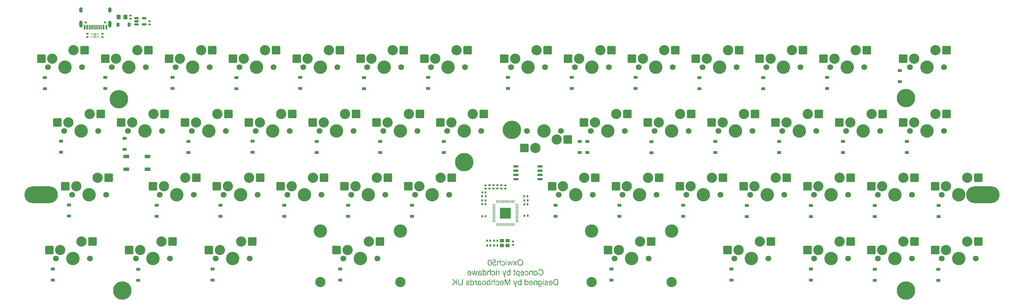
<source format=gbr>
%TF.GenerationSoftware,KiCad,Pcbnew,8.0.0*%
%TF.CreationDate,2024-03-22T00:44:03+00:00*%
%TF.ProjectId,40in60,3430696e-3630-42e6-9b69-6361645f7063,rev?*%
%TF.SameCoordinates,Original*%
%TF.FileFunction,Soldermask,Bot*%
%TF.FilePolarity,Negative*%
%FSLAX46Y46*%
G04 Gerber Fmt 4.6, Leading zero omitted, Abs format (unit mm)*
G04 Created by KiCad (PCBNEW 8.0.0) date 2024-03-22 00:44:03*
%MOMM*%
%LPD*%
G01*
G04 APERTURE LIST*
G04 Aperture macros list*
%AMRoundRect*
0 Rectangle with rounded corners*
0 $1 Rounding radius*
0 $2 $3 $4 $5 $6 $7 $8 $9 X,Y pos of 4 corners*
0 Add a 4 corners polygon primitive as box body*
4,1,4,$2,$3,$4,$5,$6,$7,$8,$9,$2,$3,0*
0 Add four circle primitives for the rounded corners*
1,1,$1+$1,$2,$3*
1,1,$1+$1,$4,$5*
1,1,$1+$1,$6,$7*
1,1,$1+$1,$8,$9*
0 Add four rect primitives between the rounded corners*
20,1,$1+$1,$2,$3,$4,$5,0*
20,1,$1+$1,$4,$5,$6,$7,0*
20,1,$1+$1,$6,$7,$8,$9,0*
20,1,$1+$1,$8,$9,$2,$3,0*%
G04 Aperture macros list end*
%ADD10C,0.200000*%
%ADD11C,1.750000*%
%ADD12C,3.050000*%
%ADD13C,4.000000*%
%ADD14RoundRect,0.250000X-1.025000X-1.000000X1.025000X-1.000000X1.025000X1.000000X-1.025000X1.000000X0*%
%ADD15C,5.500000*%
%ADD16O,10.000000X5.000000*%
%ADD17C,3.048000*%
%ADD18C,3.987800*%
%ADD19RoundRect,0.250000X1.025000X1.000000X-1.025000X1.000000X-1.025000X-1.000000X1.025000X-1.000000X0*%
%ADD20RoundRect,0.225000X0.225000X0.375000X-0.225000X0.375000X-0.225000X-0.375000X0.225000X-0.375000X0*%
%ADD21RoundRect,0.225000X0.375000X-0.225000X0.375000X0.225000X-0.375000X0.225000X-0.375000X-0.225000X0*%
%ADD22RoundRect,0.150000X0.650000X0.150000X-0.650000X0.150000X-0.650000X-0.150000X0.650000X-0.150000X0*%
%ADD23RoundRect,0.140000X0.170000X-0.140000X0.170000X0.140000X-0.170000X0.140000X-0.170000X-0.140000X0*%
%ADD24RoundRect,0.150000X-0.512500X-0.150000X0.512500X-0.150000X0.512500X0.150000X-0.512500X0.150000X0*%
%ADD25RoundRect,0.135000X-0.185000X0.135000X-0.185000X-0.135000X0.185000X-0.135000X0.185000X0.135000X0*%
%ADD26RoundRect,0.135000X0.135000X0.185000X-0.135000X0.185000X-0.135000X-0.185000X0.135000X-0.185000X0*%
%ADD27RoundRect,0.140000X-0.140000X-0.170000X0.140000X-0.170000X0.140000X0.170000X-0.140000X0.170000X0*%
%ADD28RoundRect,0.050000X0.387500X0.050000X-0.387500X0.050000X-0.387500X-0.050000X0.387500X-0.050000X0*%
%ADD29RoundRect,0.050000X0.050000X0.387500X-0.050000X0.387500X-0.050000X-0.387500X0.050000X-0.387500X0*%
%ADD30R,3.200000X3.200000*%
%ADD31RoundRect,0.140000X0.140000X0.170000X-0.140000X0.170000X-0.140000X-0.170000X0.140000X-0.170000X0*%
%ADD32R,1.700000X1.000000*%
%ADD33RoundRect,0.250000X-0.350000X-0.450000X0.350000X-0.450000X0.350000X0.450000X-0.350000X0.450000X0*%
%ADD34R,1.150000X1.000000*%
%ADD35C,0.650000*%
%ADD36R,0.600000X1.450000*%
%ADD37R,0.300000X1.450000*%
%ADD38O,1.000000X1.600000*%
%ADD39O,1.000000X2.100000*%
%ADD40RoundRect,0.135000X-0.135000X-0.185000X0.135000X-0.185000X0.135000X0.185000X-0.135000X0.185000X0*%
%ADD41R,0.250000X0.625000*%
%ADD42R,0.450000X0.700000*%
%ADD43R,0.450000X0.575000*%
G04 APERTURE END LIST*
D10*
G36*
X178450376Y-105884871D02*
G01*
X178551415Y-105900379D01*
X178645656Y-105926225D01*
X178733097Y-105962409D01*
X178813741Y-106008931D01*
X178887585Y-106065792D01*
X178954630Y-106132992D01*
X179014877Y-106210529D01*
X179056351Y-106276600D01*
X179100417Y-106363790D01*
X179135842Y-106456093D01*
X179162627Y-106553510D01*
X179180772Y-106656040D01*
X179189066Y-106741745D01*
X179191831Y-106830723D01*
X179191629Y-106855672D01*
X179186781Y-106952764D01*
X179175467Y-107045529D01*
X179157689Y-107133966D01*
X179133446Y-107218075D01*
X179094051Y-107317126D01*
X179044555Y-107409414D01*
X178984958Y-107494941D01*
X178924223Y-107558754D01*
X178858066Y-107614059D01*
X178786485Y-107660856D01*
X178709482Y-107699143D01*
X178627056Y-107728923D01*
X178539207Y-107750194D01*
X178445935Y-107762957D01*
X178347240Y-107767211D01*
X178241792Y-107762349D01*
X178142583Y-107747763D01*
X178049612Y-107723453D01*
X177962878Y-107689420D01*
X177882381Y-107645662D01*
X177808123Y-107592180D01*
X177740102Y-107528975D01*
X177678319Y-107456046D01*
X177654148Y-107422341D01*
X177600543Y-107333477D01*
X177556684Y-107238039D01*
X177528614Y-107156955D01*
X177506782Y-107071664D01*
X177491187Y-106982165D01*
X177481831Y-106888459D01*
X177478848Y-106794819D01*
X177722772Y-106794819D01*
X177724969Y-106868009D01*
X177733895Y-106956472D01*
X177749688Y-107041575D01*
X177777702Y-107139263D01*
X177815605Y-107232113D01*
X177863394Y-107320124D01*
X177901268Y-107373619D01*
X177968272Y-107440488D01*
X178047508Y-107491308D01*
X178138975Y-107526080D01*
X178224541Y-107542797D01*
X178318602Y-107548369D01*
X178398651Y-107545204D01*
X178490635Y-107532343D01*
X178573645Y-107509591D01*
X178661410Y-107469229D01*
X178736253Y-107414622D01*
X178798173Y-107345770D01*
X178832734Y-107293564D01*
X178875936Y-107209820D01*
X178908769Y-107119555D01*
X178931234Y-107022768D01*
X178942034Y-106937131D01*
X178945635Y-106846965D01*
X178945466Y-106824060D01*
X178941429Y-106735953D01*
X178928813Y-106633728D01*
X178907786Y-106540290D01*
X178878348Y-106455637D01*
X178831921Y-106365653D01*
X178773382Y-106288320D01*
X178751458Y-106265340D01*
X178680978Y-106205293D01*
X178603436Y-106158590D01*
X178518831Y-106125231D01*
X178427163Y-106105216D01*
X178328433Y-106098544D01*
X178293743Y-106099292D01*
X178195263Y-106110512D01*
X178105168Y-106135195D01*
X178023458Y-106173343D01*
X177950133Y-106224955D01*
X177885193Y-106290030D01*
X177847126Y-106339712D01*
X177799541Y-106421422D01*
X177763377Y-106511757D01*
X177738633Y-106610717D01*
X177726737Y-106699773D01*
X177722772Y-106794819D01*
X177478848Y-106794819D01*
X177478712Y-106790545D01*
X177480248Y-106722386D01*
X177487077Y-106635132D01*
X177503296Y-106531886D01*
X177528050Y-106435110D01*
X177561340Y-106344804D01*
X177603167Y-106260968D01*
X177653529Y-106183601D01*
X177713195Y-106112375D01*
X177780421Y-106050645D01*
X177855207Y-105998413D01*
X177937553Y-105955677D01*
X178027459Y-105922438D01*
X178124925Y-105898696D01*
X178229951Y-105884451D01*
X178342538Y-105879702D01*
X178450376Y-105884871D01*
G37*
G36*
X177347065Y-106399451D02*
G01*
X177068384Y-106399451D01*
X176773888Y-106861497D01*
X176475973Y-106399451D01*
X176214389Y-106405435D01*
X176646088Y-107039306D01*
X176195155Y-107712501D01*
X176469989Y-107712501D01*
X176788421Y-107219679D01*
X177097021Y-107712501D01*
X177369719Y-107712501D01*
X176918785Y-107039306D01*
X177347065Y-106399451D01*
G37*
G36*
X175901514Y-106399451D02*
G01*
X175655317Y-107434247D01*
X175405273Y-106399451D01*
X175163351Y-106399451D01*
X174912452Y-107428263D01*
X174650441Y-106399451D01*
X174435019Y-106399451D01*
X174806878Y-107712501D01*
X175030849Y-107712501D01*
X175291578Y-106696084D01*
X175543759Y-107712501D01*
X175767730Y-107712501D01*
X176137452Y-106399451D01*
X175901514Y-106399451D01*
G37*
G36*
X174233274Y-106399451D02*
G01*
X174014005Y-106399451D01*
X174014005Y-107712501D01*
X174233274Y-107712501D01*
X174233274Y-106399451D01*
G37*
G36*
X174233274Y-105934413D02*
G01*
X174014005Y-105934413D01*
X174014005Y-106180609D01*
X174233274Y-106180609D01*
X174233274Y-105934413D01*
G37*
G36*
X173195486Y-106372096D02*
G01*
X173104564Y-106377414D01*
X173010170Y-106396514D01*
X172925927Y-106429506D01*
X172851836Y-106476389D01*
X172843288Y-106483226D01*
X172782086Y-106548569D01*
X172734402Y-106633894D01*
X172703766Y-106724944D01*
X172685744Y-106815164D01*
X172679584Y-106864489D01*
X172889023Y-106864489D01*
X172908054Y-106780654D01*
X172942065Y-106701062D01*
X172976645Y-106649495D01*
X173045477Y-106593870D01*
X173133183Y-106567693D01*
X173195059Y-106563582D01*
X173290722Y-106576565D01*
X173371692Y-106615514D01*
X173437970Y-106680429D01*
X173483910Y-106758531D01*
X173489555Y-106771311D01*
X173517241Y-106852256D01*
X173535867Y-106943141D01*
X173544816Y-107032272D01*
X173546830Y-107104275D01*
X173541754Y-107199938D01*
X173526527Y-107287747D01*
X173497262Y-107377144D01*
X173465619Y-107439803D01*
X173405537Y-107511481D01*
X173327340Y-107556611D01*
X173241474Y-107574530D01*
X173209591Y-107575725D01*
X173124181Y-107566229D01*
X173040171Y-107530524D01*
X172997588Y-107495369D01*
X172945456Y-107426486D01*
X172909707Y-107348771D01*
X172889023Y-107274817D01*
X172679584Y-107274817D01*
X172696835Y-107365844D01*
X172726533Y-107459849D01*
X172766539Y-107540722D01*
X172824882Y-107617071D01*
X172859103Y-107648814D01*
X172935906Y-107700613D01*
X173022700Y-107737612D01*
X173106840Y-107757846D01*
X173198630Y-107766748D01*
X173226261Y-107767211D01*
X173316932Y-107760569D01*
X173400450Y-107740644D01*
X173488848Y-107700609D01*
X173567510Y-107642493D01*
X173627185Y-107578289D01*
X173678026Y-107504122D01*
X173718347Y-107423314D01*
X173748150Y-107335864D01*
X173767434Y-107241772D01*
X173776200Y-107141038D01*
X173776784Y-107105984D01*
X173772788Y-107001282D01*
X173760798Y-106904093D01*
X173740814Y-106814417D01*
X173712837Y-106732255D01*
X173668714Y-106643577D01*
X173613080Y-106565719D01*
X173548391Y-106499918D01*
X173477420Y-106447730D01*
X173400168Y-106409157D01*
X173316634Y-106384197D01*
X173226820Y-106372852D01*
X173195486Y-106372096D01*
G37*
G36*
X172465444Y-105934413D02*
G01*
X172250022Y-105934413D01*
X172250022Y-106575977D01*
X172190398Y-106506944D01*
X172123987Y-106447933D01*
X172112391Y-106440056D01*
X172034873Y-106401364D01*
X171945133Y-106378733D01*
X171852944Y-106372096D01*
X171754605Y-106379098D01*
X171668918Y-106400105D01*
X171584941Y-106442314D01*
X171518185Y-106503586D01*
X171474673Y-106571276D01*
X171444011Y-106655915D01*
X171428391Y-106740042D01*
X171421659Y-106826061D01*
X171420818Y-106873038D01*
X171420818Y-107712501D01*
X171642224Y-107712501D01*
X171642224Y-106884151D01*
X171646466Y-106793676D01*
X171664138Y-106704968D01*
X171678128Y-106671721D01*
X171736531Y-106605824D01*
X171815518Y-106572136D01*
X171898251Y-106563582D01*
X171987542Y-106574744D01*
X172070873Y-106608230D01*
X172141456Y-106658043D01*
X172198708Y-106733527D01*
X172229242Y-106817596D01*
X172244827Y-106908425D01*
X172249916Y-106999106D01*
X172250022Y-107015370D01*
X172250022Y-107712501D01*
X172465444Y-107712501D01*
X172465444Y-105934413D01*
G37*
G36*
X170957916Y-107302173D02*
G01*
X170935752Y-107391299D01*
X170887333Y-107470423D01*
X170813869Y-107528593D01*
X170786946Y-107541958D01*
X170704453Y-107567283D01*
X170616247Y-107575692D01*
X170609993Y-107575725D01*
X170520474Y-107567844D01*
X170434645Y-107540138D01*
X170357759Y-107485959D01*
X170326610Y-107449634D01*
X170281981Y-107376578D01*
X170249523Y-107290409D01*
X170235097Y-107198980D01*
X170234286Y-107170526D01*
X170241125Y-107083037D01*
X170265167Y-106997194D01*
X170312184Y-106917435D01*
X170343707Y-106883723D01*
X170416352Y-106830304D01*
X170497513Y-106796669D01*
X170587189Y-106782819D01*
X170606146Y-106782424D01*
X170691496Y-106790113D01*
X170776828Y-106818094D01*
X170797205Y-106829013D01*
X170870829Y-106881693D01*
X170932698Y-106946555D01*
X171119483Y-106946555D01*
X170989118Y-106016478D01*
X170098792Y-106016478D01*
X170098792Y-106235320D01*
X170827552Y-106235320D01*
X170900641Y-106697366D01*
X170828180Y-106649949D01*
X170786946Y-106629833D01*
X170704217Y-106604650D01*
X170619086Y-106592799D01*
X170565540Y-106590937D01*
X170479748Y-106596407D01*
X170386039Y-106616615D01*
X170299201Y-106651712D01*
X170219236Y-106701699D01*
X170166325Y-106746520D01*
X170102372Y-106818368D01*
X170054126Y-106898152D01*
X170021589Y-106985872D01*
X170004759Y-107081528D01*
X170002194Y-107139751D01*
X170007469Y-107230818D01*
X170023292Y-107317767D01*
X170049663Y-107400599D01*
X170086584Y-107479313D01*
X170134053Y-107553911D01*
X170152220Y-107577862D01*
X170214776Y-107642211D01*
X170289925Y-107693246D01*
X170377665Y-107730968D01*
X170477998Y-107755377D01*
X170571228Y-107765547D01*
X170631364Y-107767211D01*
X170720661Y-107761750D01*
X170805296Y-107745367D01*
X170896310Y-107713270D01*
X170981234Y-107666908D01*
X171001514Y-107653088D01*
X171073027Y-107588200D01*
X171126856Y-107508085D01*
X171159449Y-107425493D01*
X171178503Y-107331242D01*
X171181460Y-107302173D01*
X170957916Y-107302173D01*
G37*
G36*
X169258252Y-105989508D02*
G01*
X169345237Y-105998744D01*
X169443955Y-106027608D01*
X169531550Y-106075714D01*
X169608022Y-106143063D01*
X169661189Y-106210796D01*
X169707238Y-106290845D01*
X169746167Y-106383209D01*
X169763798Y-106437405D01*
X169785837Y-106523583D01*
X169802587Y-106615621D01*
X169814047Y-106713520D01*
X169819557Y-106799579D01*
X169821393Y-106889707D01*
X169820903Y-106936707D01*
X169816976Y-107027081D01*
X169806545Y-107133249D01*
X169789978Y-107231861D01*
X169767275Y-107322918D01*
X169738436Y-107406421D01*
X169695730Y-107496651D01*
X169644842Y-107574595D01*
X169586211Y-107639329D01*
X169505633Y-107699571D01*
X169413905Y-107740789D01*
X169328948Y-107760605D01*
X169236249Y-107767211D01*
X169173814Y-107764299D01*
X169077220Y-107746508D01*
X168989955Y-107712541D01*
X168912018Y-107662400D01*
X168843411Y-107596084D01*
X168784133Y-107513594D01*
X168743428Y-107435957D01*
X168730850Y-107406628D01*
X168697987Y-107312912D01*
X168676180Y-107228249D01*
X168659444Y-107137617D01*
X168647779Y-107041017D01*
X168641186Y-106938447D01*
X168639748Y-106861925D01*
X168871655Y-106861925D01*
X168871752Y-106887396D01*
X168874076Y-106984198D01*
X168879499Y-107072865D01*
X168890635Y-107172260D01*
X168906614Y-107258945D01*
X168932179Y-107346190D01*
X168970818Y-107424843D01*
X169003476Y-107468310D01*
X169070675Y-107527985D01*
X169148693Y-107563790D01*
X169237531Y-107575725D01*
X169275486Y-107573549D01*
X169366193Y-107546481D01*
X169441620Y-107488478D01*
X169495084Y-107412350D01*
X169531599Y-107328245D01*
X169550773Y-107263816D01*
X169568129Y-107179343D01*
X169580085Y-107084847D01*
X169586036Y-106995874D01*
X169588019Y-106899538D01*
X169587249Y-106834538D01*
X169582543Y-106732949D01*
X169573558Y-106639792D01*
X169557129Y-106539134D01*
X169534539Y-106450617D01*
X169500397Y-106362692D01*
X169456987Y-106291744D01*
X169395405Y-106231998D01*
X169310861Y-106191990D01*
X169222144Y-106180609D01*
X169127148Y-106192604D01*
X169049036Y-106228588D01*
X168987808Y-106288561D01*
X168943462Y-106372523D01*
X168934767Y-106396925D01*
X168908751Y-106488826D01*
X168891921Y-106575640D01*
X168880140Y-106669877D01*
X168873408Y-106771537D01*
X168871655Y-106861925D01*
X168639748Y-106861925D01*
X168639563Y-106852094D01*
X168639676Y-106828981D01*
X168642370Y-106739626D01*
X168650792Y-106634900D01*
X168664827Y-106537918D01*
X168684476Y-106448678D01*
X168715466Y-106351811D01*
X168754541Y-106266094D01*
X168773800Y-106232555D01*
X168828244Y-106158173D01*
X168891684Y-106097315D01*
X168964119Y-106049981D01*
X169045549Y-106016171D01*
X169135974Y-105995885D01*
X169235394Y-105989123D01*
X169258252Y-105989508D01*
G37*
G36*
X184444800Y-108819971D02*
G01*
X184538626Y-108826433D01*
X184627190Y-108841510D01*
X184710491Y-108865202D01*
X184807217Y-108906932D01*
X184895720Y-108962124D01*
X184976000Y-109030777D01*
X185034303Y-109095391D01*
X185046952Y-109111399D01*
X185104172Y-109195619D01*
X185151354Y-109286810D01*
X185188497Y-109384972D01*
X185210983Y-109468520D01*
X185227045Y-109556529D01*
X185236682Y-109649000D01*
X185239894Y-109745932D01*
X185238824Y-109810108D01*
X185233205Y-109902395D01*
X185222771Y-109989912D01*
X185201366Y-110099179D01*
X185171400Y-110199964D01*
X185132871Y-110292268D01*
X185085781Y-110376090D01*
X185030129Y-110451430D01*
X184965915Y-110518289D01*
X184898477Y-110572715D01*
X184811242Y-110625849D01*
X184717125Y-110665700D01*
X184633437Y-110688761D01*
X184544969Y-110702599D01*
X184451723Y-110707211D01*
X184407842Y-110706303D01*
X184303135Y-110696084D01*
X184205566Y-110674513D01*
X184115135Y-110641588D01*
X184031841Y-110597309D01*
X183955685Y-110541677D01*
X183886667Y-110474692D01*
X183855227Y-110437656D01*
X183799899Y-110358716D01*
X183754639Y-110273284D01*
X183719446Y-110181361D01*
X183694322Y-110082947D01*
X183681075Y-109995976D01*
X183913167Y-109995976D01*
X183920226Y-110028557D01*
X183945324Y-110119134D01*
X183980111Y-110207165D01*
X184022161Y-110281923D01*
X184078175Y-110352083D01*
X184154654Y-110415589D01*
X184243119Y-110459338D01*
X184328486Y-110481111D01*
X184422658Y-110488369D01*
X184457849Y-110487611D01*
X184556789Y-110476241D01*
X184645782Y-110451227D01*
X184724827Y-110412568D01*
X184793925Y-110360265D01*
X184853075Y-110294318D01*
X184886835Y-110243962D01*
X184929035Y-110161516D01*
X184961106Y-110070775D01*
X184983050Y-109971739D01*
X184993600Y-109882873D01*
X184997117Y-109788247D01*
X184996961Y-109764637D01*
X184993225Y-109674036D01*
X184981548Y-109569426D01*
X184962086Y-109474415D01*
X184934840Y-109389006D01*
X184891869Y-109299186D01*
X184837687Y-109223191D01*
X184817315Y-109200832D01*
X184751508Y-109142408D01*
X184678669Y-109096967D01*
X184598797Y-109064510D01*
X184511893Y-109045035D01*
X184417956Y-109038544D01*
X184341470Y-109041910D01*
X184249868Y-109056870D01*
X184160993Y-109088005D01*
X184087129Y-109134287D01*
X184058866Y-109159291D01*
X183998959Y-109231152D01*
X183958177Y-109307247D01*
X183929837Y-109394161D01*
X183697745Y-109394161D01*
X183711194Y-109312031D01*
X183741432Y-109220504D01*
X183787337Y-109133599D01*
X183839154Y-109062788D01*
X183902482Y-108995374D01*
X183963703Y-108944765D01*
X184046810Y-108895358D01*
X184140436Y-108858302D01*
X184226493Y-108836858D01*
X184319855Y-108823991D01*
X184420521Y-108819702D01*
X184444800Y-108819971D01*
G37*
G36*
X182939376Y-109312860D02*
G01*
X183036358Y-109324331D01*
X183125466Y-109349566D01*
X183206701Y-109388565D01*
X183280061Y-109441328D01*
X183345547Y-109507856D01*
X183392708Y-109572196D01*
X183438749Y-109658108D01*
X183473281Y-109753517D01*
X183493264Y-109840279D01*
X183505254Y-109933637D01*
X183509251Y-110033589D01*
X183507883Y-110090271D01*
X183499527Y-110179849D01*
X183479471Y-110279270D01*
X183448476Y-110369886D01*
X183406542Y-110451696D01*
X183353668Y-110524700D01*
X183343838Y-110535929D01*
X183280405Y-110595815D01*
X183196753Y-110649463D01*
X183116781Y-110681545D01*
X183029176Y-110700795D01*
X182933937Y-110707211D01*
X182875936Y-110705396D01*
X182785780Y-110694308D01*
X182688338Y-110667696D01*
X182602615Y-110626568D01*
X182528614Y-110570924D01*
X182466334Y-110500765D01*
X182422867Y-110433435D01*
X182380432Y-110345559D01*
X182348605Y-110249959D01*
X182330187Y-110164393D01*
X182319136Y-110073463D01*
X182315649Y-109982298D01*
X182540278Y-109982298D01*
X182540356Y-109994924D01*
X182545247Y-110081274D01*
X182560153Y-110175601D01*
X182584998Y-110265280D01*
X182619779Y-110350311D01*
X182667945Y-110422679D01*
X182742248Y-110479379D01*
X182826177Y-110507809D01*
X182913420Y-110515725D01*
X182971761Y-110512333D01*
X183063837Y-110489136D01*
X183139278Y-110443962D01*
X183198085Y-110376811D01*
X183241475Y-110292921D01*
X183268122Y-110209099D01*
X183283549Y-110116568D01*
X183287845Y-110028460D01*
X183287494Y-110001566D01*
X183280744Y-109911327D01*
X183265405Y-109827143D01*
X183237355Y-109738345D01*
X183198085Y-109657455D01*
X183160654Y-109605162D01*
X183090363Y-109547009D01*
X183003099Y-109513199D01*
X182911283Y-109503582D01*
X182897494Y-109503759D01*
X182808167Y-109514882D01*
X182721506Y-109548782D01*
X182651302Y-109605283D01*
X182597553Y-109684383D01*
X182581053Y-109721860D01*
X182556443Y-109806894D01*
X182543858Y-109894916D01*
X182540278Y-109982298D01*
X182315649Y-109982298D01*
X182315453Y-109977169D01*
X182318124Y-109897795D01*
X182328977Y-109805546D01*
X182348177Y-109721040D01*
X182382238Y-109629853D01*
X182428320Y-109549816D01*
X182486423Y-109480929D01*
X182553241Y-109423552D01*
X182638033Y-109371616D01*
X182730188Y-109335838D01*
X182815039Y-109318031D01*
X182905299Y-109312096D01*
X182939376Y-109312860D01*
G37*
G36*
X182059425Y-109339451D02*
G01*
X181854689Y-109339451D01*
X181854689Y-109520679D01*
X181796744Y-109457133D01*
X181730595Y-109401503D01*
X181661920Y-109360822D01*
X181575528Y-109329274D01*
X181489145Y-109314427D01*
X181435812Y-109312096D01*
X181339772Y-109318933D01*
X181256173Y-109339444D01*
X181174367Y-109380657D01*
X181109496Y-109440482D01*
X181067372Y-109506574D01*
X181037440Y-109590796D01*
X181022192Y-109675708D01*
X181015620Y-109763276D01*
X181014798Y-109811328D01*
X181014798Y-110652501D01*
X181233640Y-110652501D01*
X181233640Y-109821159D01*
X181239354Y-109730914D01*
X181260147Y-109645895D01*
X181268261Y-109626681D01*
X181318892Y-109556596D01*
X181399124Y-109513319D01*
X181476417Y-109503582D01*
X181565055Y-109510393D01*
X181602080Y-109519397D01*
X181680332Y-109556876D01*
X181744893Y-109613209D01*
X181757663Y-109627963D01*
X181806349Y-109702886D01*
X181827761Y-109763029D01*
X181840434Y-109853609D01*
X181843939Y-109945828D01*
X181844003Y-109961782D01*
X181844003Y-110652501D01*
X182059425Y-110652501D01*
X182059425Y-109339451D01*
G37*
G36*
X180202691Y-109312096D02*
G01*
X180111769Y-109317414D01*
X180017375Y-109336514D01*
X179933132Y-109369506D01*
X179859040Y-109416389D01*
X179850493Y-109423226D01*
X179789291Y-109488569D01*
X179741606Y-109573894D01*
X179710971Y-109664944D01*
X179692949Y-109755164D01*
X179686789Y-109804489D01*
X179896227Y-109804489D01*
X179915259Y-109720654D01*
X179949269Y-109641062D01*
X179983849Y-109589495D01*
X180052682Y-109533870D01*
X180140388Y-109507693D01*
X180202264Y-109503582D01*
X180297927Y-109516565D01*
X180378897Y-109555514D01*
X180445175Y-109620429D01*
X180491115Y-109698531D01*
X180496759Y-109711311D01*
X180524446Y-109792256D01*
X180543072Y-109883141D01*
X180552021Y-109972272D01*
X180554034Y-110044275D01*
X180548959Y-110139938D01*
X180533732Y-110227747D01*
X180504467Y-110317144D01*
X180472824Y-110379803D01*
X180412742Y-110451481D01*
X180334545Y-110496611D01*
X180248679Y-110514530D01*
X180216796Y-110515725D01*
X180131385Y-110506229D01*
X180047375Y-110470524D01*
X180004793Y-110435369D01*
X179952661Y-110366486D01*
X179916911Y-110288771D01*
X179896227Y-110214817D01*
X179686789Y-110214817D01*
X179704040Y-110305844D01*
X179733737Y-110399849D01*
X179773743Y-110480722D01*
X179832087Y-110557071D01*
X179866308Y-110588814D01*
X179943110Y-110640613D01*
X180029904Y-110677612D01*
X180114045Y-110697846D01*
X180205835Y-110706748D01*
X180233466Y-110707211D01*
X180324136Y-110700569D01*
X180407655Y-110680644D01*
X180496052Y-110640609D01*
X180574714Y-110582493D01*
X180634390Y-110518289D01*
X180685230Y-110444122D01*
X180725552Y-110363314D01*
X180755355Y-110275864D01*
X180774639Y-110181772D01*
X180783405Y-110081038D01*
X180783989Y-110045984D01*
X180779992Y-109941282D01*
X180768002Y-109844093D01*
X180748019Y-109754417D01*
X180720042Y-109672255D01*
X180675919Y-109583577D01*
X180620285Y-109505719D01*
X180555595Y-109439918D01*
X180484625Y-109387730D01*
X180407372Y-109349157D01*
X180323839Y-109324197D01*
X180234025Y-109312852D01*
X180202691Y-109312096D01*
G37*
G36*
X178972161Y-109312870D02*
G01*
X179067450Y-109324491D01*
X179155526Y-109350056D01*
X179236390Y-109389567D01*
X179310041Y-109443021D01*
X179376478Y-109510421D01*
X179424747Y-109575309D01*
X179471871Y-109660861D01*
X179507214Y-109754797D01*
X179527667Y-109839483D01*
X179539938Y-109929992D01*
X179544029Y-110026323D01*
X179541431Y-110104755D01*
X179530877Y-110196485D01*
X179512204Y-110281202D01*
X179479081Y-110373606D01*
X179434266Y-110455912D01*
X179377761Y-110528120D01*
X179324028Y-110579713D01*
X179242841Y-110637253D01*
X179154701Y-110677654D01*
X179059606Y-110700915D01*
X178972562Y-110707211D01*
X178884906Y-110703079D01*
X178796463Y-110688404D01*
X178787479Y-110686314D01*
X178702595Y-110658798D01*
X178626727Y-110619262D01*
X178553685Y-110561886D01*
X178494725Y-110496313D01*
X178448111Y-110423828D01*
X178414043Y-110352430D01*
X178392119Y-110269528D01*
X178604122Y-110269528D01*
X178633887Y-110340541D01*
X178685332Y-110410578D01*
X178704767Y-110429369D01*
X178778230Y-110478656D01*
X178865051Y-110507407D01*
X178954610Y-110515725D01*
X178987604Y-110514673D01*
X179076667Y-110498895D01*
X179158178Y-110459157D01*
X179221323Y-110396046D01*
X179255085Y-110339923D01*
X179287254Y-110256705D01*
X179305232Y-110172289D01*
X179313220Y-110078041D01*
X178374167Y-110078041D01*
X178374336Y-110038907D01*
X178376440Y-109945274D01*
X178379989Y-109886555D01*
X178595573Y-109886555D01*
X179307236Y-109886555D01*
X179305283Y-109855814D01*
X179289464Y-109769768D01*
X179254360Y-109685026D01*
X179200807Y-109611721D01*
X179194482Y-109605068D01*
X179126094Y-109550154D01*
X179040068Y-109514143D01*
X178952045Y-109503582D01*
X178867204Y-109511088D01*
X178784116Y-109538050D01*
X178708333Y-109591819D01*
X178656695Y-109660447D01*
X178632506Y-109712548D01*
X178608774Y-109796006D01*
X178595573Y-109886555D01*
X178379989Y-109886555D01*
X178381680Y-109858585D01*
X178393401Y-109773715D01*
X178406785Y-109710349D01*
X178436978Y-109622914D01*
X178479313Y-109544615D01*
X178532671Y-109478342D01*
X178600473Y-109421159D01*
X178674647Y-109377064D01*
X178755357Y-109342804D01*
X178846066Y-109319773D01*
X178938795Y-109312096D01*
X178972161Y-109312870D01*
G37*
G36*
X177608353Y-109319192D02*
G01*
X177696771Y-109343389D01*
X177776199Y-109384758D01*
X177790440Y-109394244D01*
X177858485Y-109452153D01*
X177917250Y-109521961D01*
X177917250Y-109339451D01*
X178126688Y-109339451D01*
X178126688Y-111172249D01*
X177911266Y-111172249D01*
X177911266Y-110517007D01*
X177852011Y-110584817D01*
X177783038Y-110642670D01*
X177710190Y-110679415D01*
X177626230Y-110700908D01*
X177540261Y-110707211D01*
X177450982Y-110699891D01*
X177367367Y-110677932D01*
X177289416Y-110641334D01*
X177217127Y-110590096D01*
X177154082Y-110526383D01*
X177101723Y-110450649D01*
X177060049Y-110362893D01*
X177029060Y-110263116D01*
X177011963Y-110174639D01*
X177001705Y-110078469D01*
X176998947Y-109994693D01*
X177218410Y-109994693D01*
X177219289Y-110042285D01*
X177226321Y-110130662D01*
X177243414Y-110222297D01*
X177274670Y-110311896D01*
X177318427Y-110385360D01*
X177331128Y-110401146D01*
X177400593Y-110464801D01*
X177479992Y-110502994D01*
X177569326Y-110515725D01*
X177596567Y-110514921D01*
X177683393Y-110499462D01*
X177766394Y-110457701D01*
X177832084Y-110390241D01*
X177875362Y-110310133D01*
X177900670Y-110230921D01*
X177915473Y-110140799D01*
X177919814Y-110049404D01*
X177918729Y-109991459D01*
X177912478Y-109905520D01*
X177898804Y-109818801D01*
X177875362Y-109734819D01*
X177864499Y-109706818D01*
X177817802Y-109623039D01*
X177747905Y-109554391D01*
X177660376Y-109514647D01*
X177569326Y-109503582D01*
X177528793Y-109505506D01*
X177443711Y-109524953D01*
X177362754Y-109572825D01*
X177306161Y-109637152D01*
X177262862Y-109722424D01*
X177257479Y-109736861D01*
X177234081Y-109822414D01*
X177221926Y-109909218D01*
X177218410Y-109994693D01*
X176998947Y-109994693D01*
X176998286Y-109974604D01*
X176999623Y-109916111D01*
X177007796Y-109824365D01*
X177027411Y-109723746D01*
X177057725Y-109633466D01*
X177098737Y-109553524D01*
X177150449Y-109483921D01*
X177189418Y-109443649D01*
X177262596Y-109386095D01*
X177342114Y-109344984D01*
X177427973Y-109320318D01*
X177520172Y-109312096D01*
X177608353Y-109319192D01*
G37*
G36*
X176704218Y-108983833D02*
G01*
X176486231Y-108983833D01*
X176486231Y-109339451D01*
X176281922Y-109339451D01*
X176281922Y-109530937D01*
X176486231Y-109530937D01*
X176486231Y-110359287D01*
X176453976Y-110440048D01*
X176440924Y-110448191D01*
X176357148Y-110461014D01*
X176323809Y-110461014D01*
X176281922Y-110461014D01*
X176281922Y-110652501D01*
X176359286Y-110673444D01*
X176445625Y-110679856D01*
X176537891Y-110670563D01*
X176617370Y-110635617D01*
X176650362Y-110601210D01*
X176687177Y-110523313D01*
X176702903Y-110434718D01*
X176704218Y-110396473D01*
X176704218Y-109530937D01*
X176877752Y-109530937D01*
X176877752Y-109339451D01*
X176704218Y-109339451D01*
X176704218Y-108983833D01*
G37*
G36*
X175403136Y-110652501D02*
G01*
X175204383Y-110652501D01*
X175204383Y-110500765D01*
X175200117Y-110506512D01*
X175142148Y-110576637D01*
X175076156Y-110635831D01*
X175001746Y-110676470D01*
X174916629Y-110700240D01*
X174829959Y-110707211D01*
X174797812Y-110706403D01*
X174706700Y-110694281D01*
X174623583Y-110667614D01*
X174548460Y-110626401D01*
X174481330Y-110570642D01*
X174422196Y-110500337D01*
X174379714Y-110433101D01*
X174338240Y-110345586D01*
X174307135Y-110250617D01*
X174289134Y-110165784D01*
X174278334Y-110075774D01*
X174275106Y-109990419D01*
X174494858Y-109990419D01*
X174495197Y-110019606D01*
X174501721Y-110116106D01*
X174516550Y-110203811D01*
X174543664Y-110293277D01*
X174581625Y-110371255D01*
X174604693Y-110405115D01*
X174666655Y-110464793D01*
X174751840Y-110504297D01*
X174843209Y-110515725D01*
X174885434Y-110513786D01*
X174973908Y-110494186D01*
X175057790Y-110445941D01*
X175116110Y-110381111D01*
X175160358Y-110295173D01*
X175173411Y-110256966D01*
X175192879Y-110170095D01*
X175202834Y-110079991D01*
X175205666Y-109990419D01*
X175205233Y-109958456D01*
X175198747Y-109869458D01*
X175181341Y-109778694D01*
X175148476Y-109692193D01*
X175094962Y-109616850D01*
X175080983Y-109603134D01*
X175006826Y-109547827D01*
X174925574Y-109514643D01*
X174837225Y-109503582D01*
X174806290Y-109504799D01*
X174713593Y-109526438D01*
X174636923Y-109575124D01*
X174581625Y-109642068D01*
X174539682Y-109725440D01*
X174513923Y-109809141D01*
X174499010Y-109901873D01*
X174494858Y-109990419D01*
X174275106Y-109990419D01*
X174274734Y-109980588D01*
X174277065Y-109900607D01*
X174286534Y-109807692D01*
X174303286Y-109722624D01*
X174333004Y-109630901D01*
X174373210Y-109550479D01*
X174423905Y-109481356D01*
X174472600Y-109432595D01*
X174548206Y-109378213D01*
X174632484Y-109340030D01*
X174725434Y-109318046D01*
X174812007Y-109312096D01*
X174854538Y-109313794D01*
X174942666Y-109329123D01*
X175025292Y-109360395D01*
X175061036Y-109380025D01*
X175131881Y-109432969D01*
X175193698Y-109500163D01*
X175193698Y-108874413D01*
X175403136Y-108874413D01*
X175403136Y-110652501D01*
G37*
G36*
X173223268Y-109339451D02*
G01*
X172985193Y-109339451D01*
X173014819Y-109422986D01*
X173046189Y-109512249D01*
X173078323Y-109604060D01*
X173107953Y-109688914D01*
X173141068Y-109783906D01*
X173177670Y-109889036D01*
X173187365Y-109916902D01*
X173216049Y-109999782D01*
X173250233Y-110097861D01*
X173282559Y-110189803D01*
X173313027Y-110275609D01*
X173347138Y-110370478D01*
X173378574Y-110456510D01*
X173383553Y-110469990D01*
X173417606Y-110558161D01*
X173449720Y-110639631D01*
X173489524Y-110737832D01*
X173525882Y-110824118D01*
X173566483Y-110915222D01*
X173608097Y-110999972D01*
X173646847Y-111064966D01*
X173712477Y-111126046D01*
X173794757Y-111159572D01*
X173887223Y-111171830D01*
X173910140Y-111172249D01*
X173980238Y-111168402D01*
X174040505Y-111155580D01*
X174040505Y-110957682D01*
X173959294Y-110976916D01*
X173914842Y-110980763D01*
X173830818Y-110963858D01*
X173827220Y-110961529D01*
X173779776Y-110914939D01*
X173743304Y-110835835D01*
X173736606Y-110820479D01*
X173701263Y-110738238D01*
X173682750Y-110693533D01*
X174156337Y-109339451D01*
X173912278Y-109339451D01*
X173569055Y-110411005D01*
X173223268Y-109339451D01*
G37*
G36*
X172113246Y-109339451D02*
G01*
X171908509Y-109339451D01*
X171908509Y-109548462D01*
X171861208Y-109476041D01*
X171797362Y-109410567D01*
X171785411Y-109399718D01*
X171714289Y-109349831D01*
X171628637Y-109319027D01*
X171558876Y-109312096D01*
X171538787Y-109312096D01*
X171489633Y-109312096D01*
X171489633Y-109530937D01*
X171525109Y-109530937D01*
X171560158Y-109530937D01*
X171645810Y-109539322D01*
X171727021Y-109568307D01*
X171799382Y-109624103D01*
X171810629Y-109636939D01*
X171860272Y-109714057D01*
X171889308Y-109799661D01*
X171897824Y-109884845D01*
X171897824Y-110652501D01*
X172113246Y-110652501D01*
X172113246Y-109339451D01*
G37*
G36*
X171303703Y-109339451D02*
G01*
X171084434Y-109339451D01*
X171084434Y-110652501D01*
X171303703Y-110652501D01*
X171303703Y-109339451D01*
G37*
G36*
X171303703Y-108874413D02*
G01*
X171084434Y-108874413D01*
X171084434Y-109120609D01*
X171303703Y-109120609D01*
X171303703Y-108874413D01*
G37*
G36*
X170265915Y-109312096D02*
G01*
X170174993Y-109317414D01*
X170080599Y-109336514D01*
X169996356Y-109369506D01*
X169922264Y-109416389D01*
X169913717Y-109423226D01*
X169852515Y-109488569D01*
X169804830Y-109573894D01*
X169774195Y-109664944D01*
X169756173Y-109755164D01*
X169750013Y-109804489D01*
X169959451Y-109804489D01*
X169978483Y-109720654D01*
X170012493Y-109641062D01*
X170047073Y-109589495D01*
X170115906Y-109533870D01*
X170203612Y-109507693D01*
X170265488Y-109503582D01*
X170361151Y-109516565D01*
X170442121Y-109555514D01*
X170508399Y-109620429D01*
X170554339Y-109698531D01*
X170559983Y-109711311D01*
X170587670Y-109792256D01*
X170606296Y-109883141D01*
X170615245Y-109972272D01*
X170617258Y-110044275D01*
X170612183Y-110139938D01*
X170596956Y-110227747D01*
X170567691Y-110317144D01*
X170536048Y-110379803D01*
X170475966Y-110451481D01*
X170397769Y-110496611D01*
X170311903Y-110514530D01*
X170280020Y-110515725D01*
X170194609Y-110506229D01*
X170110599Y-110470524D01*
X170068017Y-110435369D01*
X170015885Y-110366486D01*
X169980135Y-110288771D01*
X169959451Y-110214817D01*
X169750013Y-110214817D01*
X169767264Y-110305844D01*
X169796961Y-110399849D01*
X169836967Y-110480722D01*
X169895311Y-110557071D01*
X169929532Y-110588814D01*
X170006334Y-110640613D01*
X170093128Y-110677612D01*
X170177269Y-110697846D01*
X170269059Y-110706748D01*
X170296690Y-110707211D01*
X170387360Y-110700569D01*
X170470879Y-110680644D01*
X170559276Y-110640609D01*
X170637938Y-110582493D01*
X170697614Y-110518289D01*
X170748454Y-110444122D01*
X170788776Y-110363314D01*
X170818579Y-110275864D01*
X170837863Y-110181772D01*
X170846629Y-110081038D01*
X170847213Y-110045984D01*
X170843216Y-109941282D01*
X170831226Y-109844093D01*
X170811243Y-109754417D01*
X170783266Y-109672255D01*
X170739143Y-109583577D01*
X170683509Y-109505719D01*
X170618819Y-109439918D01*
X170547849Y-109387730D01*
X170470596Y-109349157D01*
X170387063Y-109324197D01*
X170297249Y-109312852D01*
X170265915Y-109312096D01*
G37*
G36*
X169535873Y-108874413D02*
G01*
X169320451Y-108874413D01*
X169320451Y-109515977D01*
X169260827Y-109446944D01*
X169194416Y-109387933D01*
X169182820Y-109380056D01*
X169105302Y-109341364D01*
X169015562Y-109318733D01*
X168923373Y-109312096D01*
X168825034Y-109319098D01*
X168739347Y-109340105D01*
X168655370Y-109382314D01*
X168588614Y-109443586D01*
X168545102Y-109511276D01*
X168514440Y-109595915D01*
X168498820Y-109680042D01*
X168492088Y-109766061D01*
X168491246Y-109813038D01*
X168491246Y-110652501D01*
X168712653Y-110652501D01*
X168712653Y-109824151D01*
X168716895Y-109733676D01*
X168734566Y-109644968D01*
X168748556Y-109611721D01*
X168806960Y-109545824D01*
X168885947Y-109512136D01*
X168968680Y-109503582D01*
X169057971Y-109514744D01*
X169141301Y-109548230D01*
X169211885Y-109598043D01*
X169269137Y-109673527D01*
X169299671Y-109757596D01*
X169315256Y-109848425D01*
X169320345Y-109939106D01*
X169320451Y-109955370D01*
X169320451Y-110652501D01*
X169535873Y-110652501D01*
X169535873Y-108874413D01*
G37*
G36*
X167335489Y-109503582D02*
G01*
X167396416Y-109434019D01*
X167465854Y-109375355D01*
X167539735Y-109339339D01*
X167625031Y-109318273D01*
X167712478Y-109312096D01*
X167745179Y-109312926D01*
X167837553Y-109325373D01*
X167921332Y-109352756D01*
X167996515Y-109395076D01*
X168063104Y-109452333D01*
X168121096Y-109524526D01*
X168146609Y-109564956D01*
X168190106Y-109649897D01*
X168223566Y-109740277D01*
X168246987Y-109836097D01*
X168260371Y-109937357D01*
X168263856Y-110025895D01*
X168262481Y-110082760D01*
X168254079Y-110172743D01*
X168233913Y-110272815D01*
X168202748Y-110364262D01*
X168160583Y-110447084D01*
X168107419Y-110521281D01*
X168067308Y-110564858D01*
X167992806Y-110627138D01*
X167912824Y-110671623D01*
X167827359Y-110698314D01*
X167736414Y-110707211D01*
X167672006Y-110703845D01*
X167582307Y-110686174D01*
X167500903Y-110653355D01*
X167439235Y-110613142D01*
X167377668Y-110553770D01*
X167322667Y-110478539D01*
X167322667Y-110652501D01*
X167128616Y-110652501D01*
X167128616Y-109998540D01*
X167327368Y-109998540D01*
X167327744Y-110029342D01*
X167333379Y-110116296D01*
X167348499Y-110207411D01*
X167377050Y-110297918D01*
X167423539Y-110382368D01*
X167435769Y-110398517D01*
X167503180Y-110463632D01*
X167581027Y-110502701D01*
X167669308Y-110515725D01*
X167726971Y-110512208D01*
X167817773Y-110488154D01*
X167891874Y-110441312D01*
X167949272Y-110371682D01*
X167954636Y-110362585D01*
X167991421Y-110284941D01*
X168017307Y-110198641D01*
X168032294Y-110103686D01*
X168036466Y-110013500D01*
X168036072Y-109982562D01*
X168030162Y-109895477D01*
X168014302Y-109804742D01*
X167984355Y-109715370D01*
X167935594Y-109633092D01*
X167916063Y-109609947D01*
X167843200Y-109549239D01*
X167758400Y-109513827D01*
X167671873Y-109503582D01*
X167653784Y-109504056D01*
X167568850Y-109520652D01*
X167493099Y-109560957D01*
X167426531Y-109624971D01*
X167414523Y-109640605D01*
X167370074Y-109723688D01*
X167343734Y-109815023D01*
X167330854Y-109908440D01*
X167327368Y-109998540D01*
X167128616Y-109998540D01*
X167128616Y-108874413D01*
X167335489Y-108874413D01*
X167335489Y-109503582D01*
G37*
G36*
X166402474Y-109317732D02*
G01*
X166491111Y-109334642D01*
X166573871Y-109362826D01*
X166650754Y-109402282D01*
X166722717Y-109464068D01*
X166767837Y-109537552D01*
X166795219Y-109628507D01*
X166804627Y-109722424D01*
X166603310Y-109722424D01*
X166591850Y-109665673D01*
X166552019Y-109586503D01*
X166485301Y-109535973D01*
X166399854Y-109510141D01*
X166312661Y-109503582D01*
X166260379Y-109505220D01*
X166170058Y-109518323D01*
X166088691Y-109550171D01*
X166027325Y-109615596D01*
X166010044Y-109699770D01*
X166024577Y-109777134D01*
X166045097Y-109807663D01*
X166123739Y-109843385D01*
X166466962Y-109889547D01*
X166521761Y-109898968D01*
X166611827Y-109925708D01*
X166690871Y-109965025D01*
X166758893Y-110016920D01*
X166790908Y-110051187D01*
X166838660Y-110132180D01*
X166863078Y-110219279D01*
X166870024Y-110307996D01*
X166867269Y-110360036D01*
X166848425Y-110446714D01*
X166811730Y-110524398D01*
X166757183Y-110593088D01*
X166720201Y-110625966D01*
X166645639Y-110671102D01*
X166560798Y-110698184D01*
X166465679Y-110707211D01*
X166447238Y-110706959D01*
X166357988Y-110698135D01*
X166273664Y-110676705D01*
X166194265Y-110642670D01*
X166143150Y-110613162D01*
X166068277Y-110557533D01*
X166005343Y-110490079D01*
X165997120Y-110538991D01*
X165968157Y-110620444D01*
X165958239Y-110635950D01*
X165892422Y-110690603D01*
X165806590Y-110707211D01*
X165735210Y-110702937D01*
X165658274Y-110682420D01*
X165658274Y-110508031D01*
X165696742Y-110514015D01*
X165728799Y-110515725D01*
X165786929Y-110494353D01*
X165800606Y-110438361D01*
X165800606Y-109976314D01*
X166016028Y-109976314D01*
X166016028Y-110161389D01*
X166016204Y-110174493D01*
X166027248Y-110259510D01*
X166060908Y-110342297D01*
X166117008Y-110409750D01*
X166195547Y-110461869D01*
X166235713Y-110480171D01*
X166324493Y-110506836D01*
X166415671Y-110515725D01*
X166502652Y-110501619D01*
X166577237Y-110459304D01*
X166628208Y-110392199D01*
X166645198Y-110304577D01*
X166641712Y-110258490D01*
X166610239Y-110175647D01*
X166546035Y-110116082D01*
X166538487Y-110111766D01*
X166455855Y-110080338D01*
X166370364Y-110062654D01*
X166239999Y-110043420D01*
X166202349Y-110037284D01*
X166117756Y-110018202D01*
X166095165Y-110011650D01*
X166016028Y-109976314D01*
X165800606Y-109976314D01*
X165800606Y-109680109D01*
X165804029Y-109624086D01*
X165827440Y-109535080D01*
X165873031Y-109461288D01*
X165940802Y-109402710D01*
X165958765Y-109391737D01*
X166037264Y-109354925D01*
X166126396Y-109329440D01*
X166213108Y-109316432D01*
X166307960Y-109312096D01*
X166402474Y-109317732D01*
G37*
G36*
X165348391Y-109339451D02*
G01*
X165102194Y-110374247D01*
X164852150Y-109339451D01*
X164610228Y-109339451D01*
X164359329Y-110368263D01*
X164097318Y-109339451D01*
X163881895Y-109339451D01*
X164253755Y-110652501D01*
X164477726Y-110652501D01*
X164738455Y-109636084D01*
X164990636Y-110652501D01*
X165214607Y-110652501D01*
X165584329Y-109339451D01*
X165348391Y-109339451D01*
G37*
G36*
X163179663Y-109312870D02*
G01*
X163274952Y-109324491D01*
X163363028Y-109350056D01*
X163443892Y-109389567D01*
X163517542Y-109443021D01*
X163583980Y-109510421D01*
X163632249Y-109575309D01*
X163679373Y-109660861D01*
X163714716Y-109754797D01*
X163735168Y-109839483D01*
X163747440Y-109929992D01*
X163751531Y-110026323D01*
X163748933Y-110104755D01*
X163738379Y-110196485D01*
X163719706Y-110281202D01*
X163686582Y-110373606D01*
X163641768Y-110455912D01*
X163585263Y-110528120D01*
X163531530Y-110579713D01*
X163450343Y-110637253D01*
X163362203Y-110677654D01*
X163267108Y-110700915D01*
X163180064Y-110707211D01*
X163092408Y-110703079D01*
X163003965Y-110688404D01*
X162994980Y-110686314D01*
X162910096Y-110658798D01*
X162834228Y-110619262D01*
X162761187Y-110561886D01*
X162702227Y-110496313D01*
X162655613Y-110423828D01*
X162621544Y-110352430D01*
X162599621Y-110269528D01*
X162811623Y-110269528D01*
X162841389Y-110340541D01*
X162892834Y-110410578D01*
X162912269Y-110429369D01*
X162985732Y-110478656D01*
X163072553Y-110507407D01*
X163162112Y-110515725D01*
X163195105Y-110514673D01*
X163284168Y-110498895D01*
X163365680Y-110459157D01*
X163428825Y-110396046D01*
X163462587Y-110339923D01*
X163494755Y-110256705D01*
X163512734Y-110172289D01*
X163520721Y-110078041D01*
X162581669Y-110078041D01*
X162581838Y-110038907D01*
X162583941Y-109945274D01*
X162587491Y-109886555D01*
X162803075Y-109886555D01*
X163514737Y-109886555D01*
X163512785Y-109855814D01*
X163496966Y-109769768D01*
X163461862Y-109685026D01*
X163408309Y-109611721D01*
X163401984Y-109605068D01*
X163333596Y-109550154D01*
X163247570Y-109514143D01*
X163159547Y-109503582D01*
X163074705Y-109511088D01*
X162991618Y-109538050D01*
X162915835Y-109591819D01*
X162864197Y-109660447D01*
X162840007Y-109712548D01*
X162816275Y-109796006D01*
X162803075Y-109886555D01*
X162587491Y-109886555D01*
X162589182Y-109858585D01*
X162600903Y-109773715D01*
X162614287Y-109710349D01*
X162644480Y-109622914D01*
X162686815Y-109544615D01*
X162740173Y-109478342D01*
X162807975Y-109421159D01*
X162882148Y-109377064D01*
X162962858Y-109342804D01*
X163053568Y-109319773D01*
X163146297Y-109312096D01*
X163179663Y-109312870D01*
G37*
G36*
X189642372Y-113592501D02*
G01*
X188932847Y-113592501D01*
X188823960Y-113586183D01*
X188723408Y-113567229D01*
X188631192Y-113535640D01*
X188547309Y-113491414D01*
X188471762Y-113434554D01*
X188404549Y-113365057D01*
X188345672Y-113282925D01*
X188295129Y-113188156D01*
X188276338Y-113144800D01*
X188244301Y-113055201D01*
X188219657Y-112961755D01*
X188202407Y-112864462D01*
X188192549Y-112763323D01*
X188191177Y-112716707D01*
X188433187Y-112716707D01*
X188433204Y-112721984D01*
X188438253Y-112810274D01*
X188451139Y-112899645D01*
X188455193Y-112920037D01*
X188477237Y-113006103D01*
X188509026Y-113090786D01*
X188552866Y-113170632D01*
X188564121Y-113186756D01*
X188626256Y-113257406D01*
X188698159Y-113311444D01*
X188779829Y-113348868D01*
X188799951Y-113354679D01*
X188887425Y-113369567D01*
X188978581Y-113373659D01*
X189403014Y-113373659D01*
X189403014Y-112033254D01*
X188980718Y-112033254D01*
X188878262Y-112039565D01*
X188786955Y-112058499D01*
X188706797Y-112090055D01*
X188627373Y-112142824D01*
X188563124Y-112212773D01*
X188532670Y-112259916D01*
X188494603Y-112339122D01*
X188465671Y-112428515D01*
X188445876Y-112528097D01*
X188436359Y-112618864D01*
X188433187Y-112716707D01*
X188191177Y-112716707D01*
X188189982Y-112676101D01*
X188191549Y-112608500D01*
X188198511Y-112521977D01*
X188215047Y-112419626D01*
X188240285Y-112323725D01*
X188274227Y-112234272D01*
X188316871Y-112151269D01*
X188368218Y-112074714D01*
X188407080Y-112028196D01*
X188478227Y-111960832D01*
X188557346Y-111906179D01*
X188644438Y-111864236D01*
X188739503Y-111835003D01*
X188842540Y-111818480D01*
X188930710Y-111814413D01*
X189642372Y-111814413D01*
X189642372Y-113592501D01*
G37*
G36*
X187413805Y-112252870D02*
G01*
X187509094Y-112264491D01*
X187597170Y-112290056D01*
X187678034Y-112329567D01*
X187751684Y-112383021D01*
X187818122Y-112450421D01*
X187866391Y-112515309D01*
X187913515Y-112600861D01*
X187948858Y-112694797D01*
X187969311Y-112779483D01*
X187981582Y-112869992D01*
X187985673Y-112966323D01*
X187983075Y-113044755D01*
X187972521Y-113136485D01*
X187953848Y-113221202D01*
X187920724Y-113313606D01*
X187875910Y-113395912D01*
X187819405Y-113468120D01*
X187765672Y-113519713D01*
X187684485Y-113577253D01*
X187596345Y-113617654D01*
X187501250Y-113640915D01*
X187414206Y-113647211D01*
X187326550Y-113643079D01*
X187238107Y-113628404D01*
X187229122Y-113626314D01*
X187144238Y-113598798D01*
X187068370Y-113559262D01*
X186995329Y-113501886D01*
X186936369Y-113436313D01*
X186889755Y-113363828D01*
X186855686Y-113292430D01*
X186833763Y-113209528D01*
X187045765Y-113209528D01*
X187075531Y-113280541D01*
X187126976Y-113350578D01*
X187146411Y-113369369D01*
X187219874Y-113418656D01*
X187306695Y-113447407D01*
X187396254Y-113455725D01*
X187429247Y-113454673D01*
X187518310Y-113438895D01*
X187599822Y-113399157D01*
X187662967Y-113336046D01*
X187696729Y-113279923D01*
X187728897Y-113196705D01*
X187746876Y-113112289D01*
X187754863Y-113018041D01*
X186815811Y-113018041D01*
X186815980Y-112978907D01*
X186818084Y-112885274D01*
X186821633Y-112826555D01*
X187037217Y-112826555D01*
X187748879Y-112826555D01*
X187746927Y-112795814D01*
X187731108Y-112709768D01*
X187696004Y-112625026D01*
X187642451Y-112551721D01*
X187636126Y-112545068D01*
X187567738Y-112490154D01*
X187481712Y-112454143D01*
X187393689Y-112443582D01*
X187308848Y-112451088D01*
X187225760Y-112478050D01*
X187149977Y-112531819D01*
X187098339Y-112600447D01*
X187074149Y-112652548D01*
X187050417Y-112736006D01*
X187037217Y-112826555D01*
X186821633Y-112826555D01*
X186823324Y-112798585D01*
X186835045Y-112713715D01*
X186848429Y-112650349D01*
X186878622Y-112562914D01*
X186920957Y-112484615D01*
X186974315Y-112418342D01*
X187042117Y-112361159D01*
X187116291Y-112317064D01*
X187197000Y-112282804D01*
X187287710Y-112259773D01*
X187380439Y-112252096D01*
X187413805Y-112252870D01*
G37*
G36*
X186423435Y-113209528D02*
G01*
X186405269Y-113296402D01*
X186369579Y-113360409D01*
X186299554Y-113414675D01*
X186211264Y-113444462D01*
X186123742Y-113454887D01*
X186087051Y-113455725D01*
X186001379Y-113448391D01*
X185917793Y-113423897D01*
X185876758Y-113403579D01*
X185811411Y-113341706D01*
X185786072Y-113254664D01*
X185785717Y-113241157D01*
X185811484Y-113156552D01*
X185858806Y-113114639D01*
X185940025Y-113081986D01*
X186026178Y-113057062D01*
X186043026Y-113052663D01*
X186213996Y-113008638D01*
X186299491Y-112984332D01*
X186385434Y-112952605D01*
X186455919Y-112915459D01*
X186522863Y-112859767D01*
X186571549Y-112785118D01*
X186593187Y-112697028D01*
X186594405Y-112667980D01*
X186586230Y-112579450D01*
X186557492Y-112490454D01*
X186508061Y-112412684D01*
X186463613Y-112367073D01*
X186392366Y-112316770D01*
X186309846Y-112280840D01*
X186216053Y-112259282D01*
X186124737Y-112252208D01*
X186110987Y-112252096D01*
X186024504Y-112256332D01*
X185931139Y-112272601D01*
X185849133Y-112301072D01*
X185767818Y-112349709D01*
X185701965Y-112414954D01*
X185693820Y-112425630D01*
X185648374Y-112503171D01*
X185622524Y-112584753D01*
X185616029Y-112662424D01*
X185819483Y-112662424D01*
X185842324Y-112575870D01*
X185870774Y-112529067D01*
X185941820Y-112476975D01*
X186024350Y-112451930D01*
X186116756Y-112443666D01*
X186128084Y-112443582D01*
X186217325Y-112451412D01*
X186300432Y-112482548D01*
X186312732Y-112491026D01*
X186366727Y-112561819D01*
X186375563Y-112615834D01*
X186349462Y-112700705D01*
X186293070Y-112751756D01*
X186210726Y-112788457D01*
X186152020Y-112805184D01*
X186009687Y-112840660D01*
X185915469Y-112865721D01*
X185825723Y-112893911D01*
X185740439Y-112928472D01*
X185698522Y-112952218D01*
X185632254Y-113014320D01*
X185590530Y-113095372D01*
X185573963Y-113184521D01*
X185572859Y-113217649D01*
X185583137Y-113312437D01*
X185613972Y-113399652D01*
X185665363Y-113479293D01*
X185702796Y-113520266D01*
X185776073Y-113575804D01*
X185854171Y-113611384D01*
X185945318Y-113634814D01*
X186033830Y-113645227D01*
X186098164Y-113647211D01*
X186199389Y-113642793D01*
X186288923Y-113629540D01*
X186378603Y-113602910D01*
X186461610Y-113557750D01*
X186502936Y-113521548D01*
X186561051Y-113445889D01*
X186601721Y-113360763D01*
X186623226Y-113277148D01*
X186630308Y-113209528D01*
X186423435Y-113209528D01*
G37*
G36*
X185327517Y-112279451D02*
G01*
X185108248Y-112279451D01*
X185108248Y-113592501D01*
X185327517Y-113592501D01*
X185327517Y-112279451D01*
G37*
G36*
X185327517Y-111814413D02*
G01*
X185108248Y-111814413D01*
X185108248Y-112060609D01*
X185327517Y-112060609D01*
X185327517Y-111814413D01*
G37*
G36*
X184399487Y-112256583D02*
G01*
X184489176Y-112277942D01*
X184572648Y-112316890D01*
X184649901Y-112373428D01*
X184711170Y-112435888D01*
X184756484Y-112496686D01*
X184800722Y-112578872D01*
X184833901Y-112671125D01*
X184853102Y-112755694D01*
X184864622Y-112847255D01*
X184868463Y-112945807D01*
X184867091Y-113009074D01*
X184858712Y-113106839D01*
X184842715Y-113195004D01*
X184813463Y-113288129D01*
X184773242Y-113367430D01*
X184712452Y-113442474D01*
X184672535Y-113477637D01*
X184598790Y-113527890D01*
X184520096Y-113563785D01*
X184436452Y-113585322D01*
X184347859Y-113592501D01*
X184276906Y-113589268D01*
X184191211Y-113574268D01*
X184107646Y-113540782D01*
X184069083Y-113515558D01*
X184004196Y-113454930D01*
X183952063Y-113383062D01*
X183951897Y-113400128D01*
X183952899Y-113495618D01*
X183958398Y-113592056D01*
X183970393Y-113682537D01*
X183993951Y-113766035D01*
X184009803Y-113798575D01*
X184066804Y-113869701D01*
X184145230Y-113918067D01*
X184231427Y-113941717D01*
X184318367Y-113948118D01*
X184382966Y-113945357D01*
X184468197Y-113929861D01*
X184547894Y-113890416D01*
X184574190Y-113864044D01*
X184610298Y-113783987D01*
X184829139Y-113783987D01*
X184820894Y-113838909D01*
X184790746Y-113925778D01*
X184740922Y-113997230D01*
X184671420Y-114053265D01*
X184586665Y-114095001D01*
X184502643Y-114120633D01*
X184410446Y-114135473D01*
X184323068Y-114139604D01*
X184277464Y-114138558D01*
X184171605Y-114126780D01*
X184077392Y-114101918D01*
X183994825Y-114063969D01*
X183923903Y-114012935D01*
X183864627Y-113948815D01*
X183816997Y-113871609D01*
X183800167Y-113833735D01*
X183773239Y-113748090D01*
X183757041Y-113662325D01*
X183747714Y-113566456D01*
X183745190Y-113476241D01*
X183745190Y-112913322D01*
X183943942Y-112913322D01*
X183943994Y-112923194D01*
X183950155Y-113017645D01*
X183966584Y-113104332D01*
X183996516Y-113190721D01*
X184015437Y-113228303D01*
X184068994Y-113301618D01*
X184146331Y-113360763D01*
X184228114Y-113390951D01*
X184323068Y-113401014D01*
X184409881Y-113389953D01*
X184491779Y-113352234D01*
X184559434Y-113287746D01*
X184597769Y-113224407D01*
X184627803Y-113137632D01*
X184642864Y-113046704D01*
X184647056Y-112956492D01*
X184646883Y-112933635D01*
X184641804Y-112837637D01*
X184627912Y-112744138D01*
X184602604Y-112657295D01*
X184591623Y-112631415D01*
X184544327Y-112553986D01*
X184473395Y-112490540D01*
X184384457Y-112453809D01*
X184291866Y-112443582D01*
X184273110Y-112444033D01*
X184185638Y-112459811D01*
X184108685Y-112498129D01*
X184042250Y-112558987D01*
X184036202Y-112566320D01*
X183990408Y-112643178D01*
X183962759Y-112727902D01*
X183948646Y-112814701D01*
X183943942Y-112913322D01*
X183745190Y-112913322D01*
X183745190Y-112279451D01*
X183943942Y-112279451D01*
X183943942Y-112449566D01*
X184002778Y-112382378D01*
X184068323Y-112326895D01*
X184075386Y-112322293D01*
X184158042Y-112281314D01*
X184241073Y-112259400D01*
X184331617Y-112252096D01*
X184399487Y-112256583D01*
G37*
G36*
X183421202Y-112279451D02*
G01*
X183216465Y-112279451D01*
X183216465Y-112460679D01*
X183158521Y-112397133D01*
X183092371Y-112341503D01*
X183023696Y-112300822D01*
X182937304Y-112269274D01*
X182850921Y-112254427D01*
X182797588Y-112252096D01*
X182701548Y-112258933D01*
X182617950Y-112279444D01*
X182536144Y-112320657D01*
X182471273Y-112380482D01*
X182429148Y-112446574D01*
X182399216Y-112530796D01*
X182383968Y-112615708D01*
X182377396Y-112703276D01*
X182376575Y-112751328D01*
X182376575Y-113592501D01*
X182595416Y-113592501D01*
X182595416Y-112761159D01*
X182601130Y-112670914D01*
X182621923Y-112585895D01*
X182630038Y-112566681D01*
X182680668Y-112496596D01*
X182760900Y-112453319D01*
X182838194Y-112443582D01*
X182926831Y-112450393D01*
X182963857Y-112459397D01*
X183042108Y-112496876D01*
X183106669Y-112553209D01*
X183119439Y-112567963D01*
X183168126Y-112642886D01*
X183189537Y-112703029D01*
X183202211Y-112793609D01*
X183205716Y-112885828D01*
X183205779Y-112901782D01*
X183205779Y-113592501D01*
X183421202Y-113592501D01*
X183421202Y-112279451D01*
G37*
G36*
X181558083Y-112252870D02*
G01*
X181653372Y-112264491D01*
X181741448Y-112290056D01*
X181822312Y-112329567D01*
X181895962Y-112383021D01*
X181962400Y-112450421D01*
X182010669Y-112515309D01*
X182057793Y-112600861D01*
X182093135Y-112694797D01*
X182113588Y-112779483D01*
X182125860Y-112869992D01*
X182129951Y-112966323D01*
X182127353Y-113044755D01*
X182116799Y-113136485D01*
X182098126Y-113221202D01*
X182065002Y-113313606D01*
X182020188Y-113395912D01*
X181963682Y-113468120D01*
X181909950Y-113519713D01*
X181828763Y-113577253D01*
X181740622Y-113617654D01*
X181645528Y-113640915D01*
X181558483Y-113647211D01*
X181470828Y-113643079D01*
X181382384Y-113628404D01*
X181373400Y-113626314D01*
X181288516Y-113598798D01*
X181212648Y-113559262D01*
X181139607Y-113501886D01*
X181080647Y-113436313D01*
X181034033Y-113363828D01*
X180999964Y-113292430D01*
X180978040Y-113209528D01*
X181190043Y-113209528D01*
X181219808Y-113280541D01*
X181271254Y-113350578D01*
X181290688Y-113369369D01*
X181364152Y-113418656D01*
X181450973Y-113447407D01*
X181540532Y-113455725D01*
X181573525Y-113454673D01*
X181662588Y-113438895D01*
X181744099Y-113399157D01*
X181807245Y-113336046D01*
X181841007Y-113279923D01*
X181873175Y-113196705D01*
X181891154Y-113112289D01*
X181899141Y-113018041D01*
X180960088Y-113018041D01*
X180960258Y-112978907D01*
X180962361Y-112885274D01*
X180965911Y-112826555D01*
X181181495Y-112826555D01*
X181893157Y-112826555D01*
X181891205Y-112795814D01*
X181875386Y-112709768D01*
X181840282Y-112625026D01*
X181786728Y-112551721D01*
X181780404Y-112545068D01*
X181712016Y-112490154D01*
X181625990Y-112454143D01*
X181537967Y-112443582D01*
X181453125Y-112451088D01*
X181370038Y-112478050D01*
X181294255Y-112531819D01*
X181242616Y-112600447D01*
X181218427Y-112652548D01*
X181194695Y-112736006D01*
X181181495Y-112826555D01*
X180965911Y-112826555D01*
X180967602Y-112798585D01*
X180979323Y-112713715D01*
X180992706Y-112650349D01*
X181022900Y-112562914D01*
X181065235Y-112484615D01*
X181118593Y-112418342D01*
X181186395Y-112361159D01*
X181260568Y-112317064D01*
X181341278Y-112282804D01*
X181431987Y-112259773D01*
X181524717Y-112252096D01*
X181558083Y-112252870D01*
G37*
G36*
X179858187Y-112443582D02*
G01*
X179919113Y-112374019D01*
X179988552Y-112315355D01*
X180062433Y-112279339D01*
X180147729Y-112258273D01*
X180235176Y-112252096D01*
X180267877Y-112252926D01*
X180360251Y-112265373D01*
X180444030Y-112292756D01*
X180519213Y-112335076D01*
X180585801Y-112392333D01*
X180643794Y-112464526D01*
X180669307Y-112504956D01*
X180712804Y-112589897D01*
X180746263Y-112680277D01*
X180769685Y-112776097D01*
X180783069Y-112877357D01*
X180786554Y-112965895D01*
X180785179Y-113022760D01*
X180776777Y-113112743D01*
X180756611Y-113212815D01*
X180725446Y-113304262D01*
X180683281Y-113387084D01*
X180630116Y-113461281D01*
X180590005Y-113504858D01*
X180515504Y-113567138D01*
X180435521Y-113611623D01*
X180350057Y-113638314D01*
X180259112Y-113647211D01*
X180194704Y-113643845D01*
X180105005Y-113626174D01*
X180023600Y-113593355D01*
X179961933Y-113553142D01*
X179900365Y-113493770D01*
X179845364Y-113418539D01*
X179845364Y-113592501D01*
X179651313Y-113592501D01*
X179651313Y-112938540D01*
X179850066Y-112938540D01*
X179850441Y-112969342D01*
X179856076Y-113056296D01*
X179871197Y-113147411D01*
X179899748Y-113237918D01*
X179946236Y-113322368D01*
X179958466Y-113338517D01*
X180025878Y-113403632D01*
X180103724Y-113442701D01*
X180192006Y-113455725D01*
X180249669Y-113452208D01*
X180340471Y-113428154D01*
X180414571Y-113381312D01*
X180471969Y-113311682D01*
X180477334Y-113302585D01*
X180514119Y-113224941D01*
X180540005Y-113138641D01*
X180554991Y-113043686D01*
X180559164Y-112953500D01*
X180558770Y-112922562D01*
X180552859Y-112835477D01*
X180537000Y-112744742D01*
X180507053Y-112655370D01*
X180458292Y-112573092D01*
X180438761Y-112549947D01*
X180365898Y-112489239D01*
X180281098Y-112453827D01*
X180194570Y-112443582D01*
X180176482Y-112444056D01*
X180091548Y-112460652D01*
X180015797Y-112500957D01*
X179949228Y-112564971D01*
X179937220Y-112580605D01*
X179892772Y-112663688D01*
X179866432Y-112755023D01*
X179853552Y-112848440D01*
X179850066Y-112938540D01*
X179651313Y-112938540D01*
X179651313Y-111814413D01*
X179858187Y-111814413D01*
X179858187Y-112443582D01*
G37*
G36*
X178669518Y-113592501D02*
G01*
X178470765Y-113592501D01*
X178470765Y-113440765D01*
X178466499Y-113446512D01*
X178408530Y-113516637D01*
X178342538Y-113575831D01*
X178268128Y-113616470D01*
X178183012Y-113640240D01*
X178096341Y-113647211D01*
X178064194Y-113646403D01*
X177973082Y-113634281D01*
X177889965Y-113607614D01*
X177814842Y-113566401D01*
X177747713Y-113510642D01*
X177688578Y-113440337D01*
X177646096Y-113373101D01*
X177604622Y-113285586D01*
X177573517Y-113190617D01*
X177555517Y-113105784D01*
X177544716Y-113015774D01*
X177541488Y-112930419D01*
X177761240Y-112930419D01*
X177761579Y-112959606D01*
X177768103Y-113056106D01*
X177782932Y-113143811D01*
X177810047Y-113233277D01*
X177848007Y-113311255D01*
X177871075Y-113345115D01*
X177933037Y-113404793D01*
X178018222Y-113444297D01*
X178109591Y-113455725D01*
X178151816Y-113453786D01*
X178240290Y-113434186D01*
X178324172Y-113385941D01*
X178382492Y-113321111D01*
X178426741Y-113235173D01*
X178439793Y-113196966D01*
X178459261Y-113110095D01*
X178469216Y-113019991D01*
X178472048Y-112930419D01*
X178471615Y-112898456D01*
X178465129Y-112809458D01*
X178447723Y-112718694D01*
X178414858Y-112632193D01*
X178361345Y-112556850D01*
X178347365Y-112543134D01*
X178273208Y-112487827D01*
X178191956Y-112454643D01*
X178103607Y-112443582D01*
X178072672Y-112444799D01*
X177979975Y-112466438D01*
X177903305Y-112515124D01*
X177848007Y-112582068D01*
X177806064Y-112665440D01*
X177780305Y-112749141D01*
X177765392Y-112841873D01*
X177761240Y-112930419D01*
X177541488Y-112930419D01*
X177541116Y-112920588D01*
X177543447Y-112840607D01*
X177552916Y-112747692D01*
X177569668Y-112662624D01*
X177599386Y-112570901D01*
X177639592Y-112490479D01*
X177690287Y-112421356D01*
X177738982Y-112372595D01*
X177814588Y-112318213D01*
X177898866Y-112280030D01*
X177991816Y-112258046D01*
X178078389Y-112252096D01*
X178120920Y-112253794D01*
X178209048Y-112269123D01*
X178291674Y-112300395D01*
X178327418Y-112320025D01*
X178398263Y-112372969D01*
X178460080Y-112440163D01*
X178460080Y-111814413D01*
X178669518Y-111814413D01*
X178669518Y-113592501D01*
G37*
G36*
X176489651Y-112279451D02*
G01*
X176251575Y-112279451D01*
X176281201Y-112362986D01*
X176312571Y-112452249D01*
X176344706Y-112544060D01*
X176374335Y-112628914D01*
X176407450Y-112723906D01*
X176444052Y-112829036D01*
X176453747Y-112856902D01*
X176482431Y-112939782D01*
X176516615Y-113037861D01*
X176548941Y-113129803D01*
X176579409Y-113215609D01*
X176613520Y-113310478D01*
X176644956Y-113396510D01*
X176649935Y-113409990D01*
X176683988Y-113498161D01*
X176716102Y-113579631D01*
X176755906Y-113677832D01*
X176792264Y-113764118D01*
X176832865Y-113855222D01*
X176874479Y-113939972D01*
X176913229Y-114004966D01*
X176978859Y-114066046D01*
X177061139Y-114099572D01*
X177153605Y-114111830D01*
X177176523Y-114112249D01*
X177246620Y-114108402D01*
X177306887Y-114095580D01*
X177306887Y-113897682D01*
X177225676Y-113916916D01*
X177181224Y-113920763D01*
X177097200Y-113903858D01*
X177093602Y-113901529D01*
X177046158Y-113854939D01*
X177009686Y-113775835D01*
X177002988Y-113760479D01*
X176967645Y-113678238D01*
X176949132Y-113633533D01*
X177422719Y-112279451D01*
X177178660Y-112279451D01*
X176835437Y-113351005D01*
X176489651Y-112279451D01*
G37*
G36*
X175362531Y-111814413D02*
G01*
X175021873Y-111814413D01*
X174517084Y-113317666D01*
X174015715Y-111814413D01*
X173678476Y-111814413D01*
X173678476Y-113592501D01*
X173904584Y-113592501D01*
X173904584Y-112540180D01*
X173903680Y-112450047D01*
X173902020Y-112359379D01*
X173900560Y-112270521D01*
X173899706Y-112177318D01*
X173899455Y-112088819D01*
X174400825Y-113592501D01*
X174636336Y-113592501D01*
X175141552Y-112087110D01*
X175141552Y-112141820D01*
X175140708Y-112230846D01*
X175139095Y-112317219D01*
X175138560Y-112341855D01*
X175136737Y-112432476D01*
X175135615Y-112522075D01*
X175135568Y-112538898D01*
X175135568Y-113592501D01*
X175362531Y-113592501D01*
X175362531Y-111814413D01*
G37*
G36*
X172845452Y-112252870D02*
G01*
X172940741Y-112264491D01*
X173028817Y-112290056D01*
X173109681Y-112329567D01*
X173183331Y-112383021D01*
X173249769Y-112450421D01*
X173298038Y-112515309D01*
X173345162Y-112600861D01*
X173380505Y-112694797D01*
X173400957Y-112779483D01*
X173413229Y-112869992D01*
X173417320Y-112966323D01*
X173414722Y-113044755D01*
X173404168Y-113136485D01*
X173385495Y-113221202D01*
X173352371Y-113313606D01*
X173307557Y-113395912D01*
X173251052Y-113468120D01*
X173197319Y-113519713D01*
X173116132Y-113577253D01*
X173027992Y-113617654D01*
X172932897Y-113640915D01*
X172845853Y-113647211D01*
X172758197Y-113643079D01*
X172669754Y-113628404D01*
X172660769Y-113626314D01*
X172575885Y-113598798D01*
X172500017Y-113559262D01*
X172426976Y-113501886D01*
X172368016Y-113436313D01*
X172321402Y-113363828D01*
X172287333Y-113292430D01*
X172265409Y-113209528D01*
X172477412Y-113209528D01*
X172507178Y-113280541D01*
X172558623Y-113350578D01*
X172578058Y-113369369D01*
X172651521Y-113418656D01*
X172738342Y-113447407D01*
X172827901Y-113455725D01*
X172860894Y-113454673D01*
X172949957Y-113438895D01*
X173031469Y-113399157D01*
X173094614Y-113336046D01*
X173128376Y-113279923D01*
X173160544Y-113196705D01*
X173178523Y-113112289D01*
X173186510Y-113018041D01*
X172247458Y-113018041D01*
X172247627Y-112978907D01*
X172249730Y-112885274D01*
X172253280Y-112826555D01*
X172468864Y-112826555D01*
X173180526Y-112826555D01*
X173178574Y-112795814D01*
X173162755Y-112709768D01*
X173127651Y-112625026D01*
X173074098Y-112551721D01*
X173067773Y-112545068D01*
X172999385Y-112490154D01*
X172913359Y-112454143D01*
X172825336Y-112443582D01*
X172740494Y-112451088D01*
X172657407Y-112478050D01*
X172581624Y-112531819D01*
X172529986Y-112600447D01*
X172505796Y-112652548D01*
X172482064Y-112736006D01*
X172468864Y-112826555D01*
X172253280Y-112826555D01*
X172254971Y-112798585D01*
X172266692Y-112713715D01*
X172280076Y-112650349D01*
X172310269Y-112562914D01*
X172352604Y-112484615D01*
X172405962Y-112418342D01*
X172473764Y-112361159D01*
X172547937Y-112317064D01*
X172628647Y-112282804D01*
X172719357Y-112259773D01*
X172812086Y-112252096D01*
X172845452Y-112252870D01*
G37*
G36*
X171489206Y-112252096D02*
G01*
X171398284Y-112257414D01*
X171303889Y-112276514D01*
X171219647Y-112309506D01*
X171145555Y-112356389D01*
X171137008Y-112363226D01*
X171075806Y-112428569D01*
X171028121Y-112513894D01*
X170997485Y-112604944D01*
X170979463Y-112695164D01*
X170973304Y-112744489D01*
X171182742Y-112744489D01*
X171201774Y-112660654D01*
X171235784Y-112581062D01*
X171270364Y-112529495D01*
X171339197Y-112473870D01*
X171426902Y-112447693D01*
X171488778Y-112443582D01*
X171584441Y-112456565D01*
X171665412Y-112495514D01*
X171731689Y-112560429D01*
X171777630Y-112638531D01*
X171783274Y-112651311D01*
X171810961Y-112732256D01*
X171829586Y-112823141D01*
X171838535Y-112912272D01*
X171840549Y-112984275D01*
X171835473Y-113079938D01*
X171820246Y-113167747D01*
X171790982Y-113257144D01*
X171759338Y-113319803D01*
X171699257Y-113391481D01*
X171621060Y-113436611D01*
X171535194Y-113454530D01*
X171503311Y-113455725D01*
X171417900Y-113446229D01*
X171333890Y-113410524D01*
X171291308Y-113375369D01*
X171239175Y-113306486D01*
X171203426Y-113228771D01*
X171182742Y-113154817D01*
X170973304Y-113154817D01*
X170990554Y-113245844D01*
X171020252Y-113339849D01*
X171060258Y-113420722D01*
X171118602Y-113497071D01*
X171152822Y-113528814D01*
X171229625Y-113580613D01*
X171316419Y-113617612D01*
X171400560Y-113637846D01*
X171492350Y-113646748D01*
X171519980Y-113647211D01*
X171610651Y-113640569D01*
X171694169Y-113620644D01*
X171782567Y-113580609D01*
X171861229Y-113522493D01*
X171920905Y-113458289D01*
X171971745Y-113384122D01*
X172012067Y-113303314D01*
X172041870Y-113215864D01*
X172061154Y-113121772D01*
X172069919Y-113021038D01*
X172070504Y-112985984D01*
X172066507Y-112881282D01*
X172054517Y-112784093D01*
X172034534Y-112694417D01*
X172006557Y-112612255D01*
X171962434Y-112523577D01*
X171906800Y-112445719D01*
X171842110Y-112379918D01*
X171771139Y-112327730D01*
X171693887Y-112289157D01*
X171610354Y-112264197D01*
X171520540Y-112252852D01*
X171489206Y-112252096D01*
G37*
G36*
X170759164Y-111814413D02*
G01*
X170543742Y-111814413D01*
X170543742Y-112455977D01*
X170484118Y-112386944D01*
X170417706Y-112327933D01*
X170406111Y-112320056D01*
X170328593Y-112281364D01*
X170238852Y-112258733D01*
X170146664Y-112252096D01*
X170048324Y-112259098D01*
X169962637Y-112280105D01*
X169878660Y-112322314D01*
X169811905Y-112383586D01*
X169768393Y-112451276D01*
X169737731Y-112535915D01*
X169722111Y-112620042D01*
X169715379Y-112706061D01*
X169714537Y-112753038D01*
X169714537Y-113592501D01*
X169935943Y-113592501D01*
X169935943Y-112764151D01*
X169940186Y-112673676D01*
X169957857Y-112584968D01*
X169971847Y-112551721D01*
X170030251Y-112485824D01*
X170109238Y-112452136D01*
X170191971Y-112443582D01*
X170281261Y-112454744D01*
X170364592Y-112488230D01*
X170435176Y-112538043D01*
X170492427Y-112613527D01*
X170522961Y-112697596D01*
X170538547Y-112788425D01*
X170543636Y-112879106D01*
X170543742Y-112895370D01*
X170543742Y-113592501D01*
X170759164Y-113592501D01*
X170759164Y-111814413D01*
G37*
G36*
X169413203Y-113592501D02*
G01*
X169214450Y-113592501D01*
X169214450Y-113440765D01*
X169210184Y-113446512D01*
X169152215Y-113516637D01*
X169086222Y-113575831D01*
X169011813Y-113616470D01*
X168926696Y-113640240D01*
X168840026Y-113647211D01*
X168807879Y-113646403D01*
X168716767Y-113634281D01*
X168633650Y-113607614D01*
X168558526Y-113566401D01*
X168491397Y-113510642D01*
X168432262Y-113440337D01*
X168389781Y-113373101D01*
X168348307Y-113285586D01*
X168317202Y-113190617D01*
X168299201Y-113105784D01*
X168288401Y-113015774D01*
X168285173Y-112930419D01*
X168504924Y-112930419D01*
X168505263Y-112959606D01*
X168511788Y-113056106D01*
X168526616Y-113143811D01*
X168553731Y-113233277D01*
X168591692Y-113311255D01*
X168614759Y-113345115D01*
X168676722Y-113404793D01*
X168761906Y-113444297D01*
X168853276Y-113455725D01*
X168895501Y-113453786D01*
X168983974Y-113434186D01*
X169067857Y-113385941D01*
X169126177Y-113321111D01*
X169170425Y-113235173D01*
X169183478Y-113196966D01*
X169202945Y-113110095D01*
X169212901Y-113019991D01*
X169215732Y-112930419D01*
X169215300Y-112898456D01*
X169208813Y-112809458D01*
X169191408Y-112718694D01*
X169158543Y-112632193D01*
X169105029Y-112556850D01*
X169091049Y-112543134D01*
X169016893Y-112487827D01*
X168935640Y-112454643D01*
X168847292Y-112443582D01*
X168816357Y-112444799D01*
X168723659Y-112466438D01*
X168646990Y-112515124D01*
X168591692Y-112582068D01*
X168549749Y-112665440D01*
X168523990Y-112749141D01*
X168509076Y-112841873D01*
X168504924Y-112930419D01*
X168285173Y-112930419D01*
X168284801Y-112920588D01*
X168287131Y-112840607D01*
X168296600Y-112747692D01*
X168313353Y-112662624D01*
X168343071Y-112570901D01*
X168383277Y-112490479D01*
X168433972Y-112421356D01*
X168482667Y-112372595D01*
X168558272Y-112318213D01*
X168642550Y-112280030D01*
X168735500Y-112258046D01*
X168822074Y-112252096D01*
X168864604Y-112253794D01*
X168952733Y-112269123D01*
X169035359Y-112300395D01*
X169071102Y-112320025D01*
X169141948Y-112372969D01*
X169203764Y-112440163D01*
X169203764Y-111814413D01*
X169413203Y-111814413D01*
X169413203Y-113592501D01*
G37*
G36*
X167551222Y-112252860D02*
G01*
X167648205Y-112264331D01*
X167737313Y-112289566D01*
X167818547Y-112328565D01*
X167891907Y-112381328D01*
X167957393Y-112447856D01*
X168004554Y-112512196D01*
X168050596Y-112598108D01*
X168085127Y-112693517D01*
X168105110Y-112780279D01*
X168117100Y-112873637D01*
X168121097Y-112973589D01*
X168119729Y-113030271D01*
X168111373Y-113119849D01*
X168091317Y-113219270D01*
X168060322Y-113309886D01*
X168018388Y-113391696D01*
X167965514Y-113464700D01*
X167955684Y-113475929D01*
X167892252Y-113535815D01*
X167808599Y-113589463D01*
X167728627Y-113621545D01*
X167641022Y-113640795D01*
X167545783Y-113647211D01*
X167487782Y-113645396D01*
X167397627Y-113634308D01*
X167300184Y-113607696D01*
X167214462Y-113566568D01*
X167140460Y-113510924D01*
X167078180Y-113440765D01*
X167034713Y-113373435D01*
X166992278Y-113285559D01*
X166960451Y-113189959D01*
X166942033Y-113104393D01*
X166930983Y-113013463D01*
X166927495Y-112922298D01*
X167152124Y-112922298D01*
X167152202Y-112934924D01*
X167157093Y-113021274D01*
X167172000Y-113115601D01*
X167196844Y-113205280D01*
X167231625Y-113290311D01*
X167279791Y-113362679D01*
X167354094Y-113419379D01*
X167438023Y-113447809D01*
X167525266Y-113455725D01*
X167583607Y-113452333D01*
X167675683Y-113429136D01*
X167751125Y-113383962D01*
X167809931Y-113316811D01*
X167853321Y-113232921D01*
X167879968Y-113149099D01*
X167895396Y-113056568D01*
X167899691Y-112968460D01*
X167899340Y-112941566D01*
X167892591Y-112851327D01*
X167877251Y-112767143D01*
X167849201Y-112678345D01*
X167809931Y-112597455D01*
X167772500Y-112545162D01*
X167702209Y-112487009D01*
X167614946Y-112453199D01*
X167523129Y-112443582D01*
X167509340Y-112443759D01*
X167420013Y-112454882D01*
X167333353Y-112488782D01*
X167263148Y-112545283D01*
X167209399Y-112624383D01*
X167192899Y-112661860D01*
X167168289Y-112746894D01*
X167155704Y-112834916D01*
X167152124Y-112922298D01*
X166927495Y-112922298D01*
X166927299Y-112917169D01*
X166929970Y-112837795D01*
X166940823Y-112745546D01*
X166960024Y-112661040D01*
X166994084Y-112569853D01*
X167040166Y-112489816D01*
X167098269Y-112420929D01*
X167165087Y-112363552D01*
X167249880Y-112311616D01*
X167342035Y-112275838D01*
X167426885Y-112258031D01*
X167517145Y-112252096D01*
X167551222Y-112252860D01*
G37*
G36*
X166263134Y-112257732D02*
G01*
X166351771Y-112274642D01*
X166434531Y-112302826D01*
X166511414Y-112342282D01*
X166583377Y-112404068D01*
X166628497Y-112477552D01*
X166655879Y-112568507D01*
X166665287Y-112662424D01*
X166463970Y-112662424D01*
X166452510Y-112605673D01*
X166412679Y-112526503D01*
X166345961Y-112475973D01*
X166260513Y-112450141D01*
X166173321Y-112443582D01*
X166121038Y-112445220D01*
X166030718Y-112458323D01*
X165949351Y-112490171D01*
X165887985Y-112555596D01*
X165870704Y-112639770D01*
X165885237Y-112717134D01*
X165905757Y-112747663D01*
X165984399Y-112783385D01*
X166327622Y-112829547D01*
X166382421Y-112838968D01*
X166472487Y-112865708D01*
X166551531Y-112905025D01*
X166619553Y-112956920D01*
X166651568Y-112991187D01*
X166699319Y-113072180D01*
X166723738Y-113159279D01*
X166730683Y-113247996D01*
X166727929Y-113300036D01*
X166709085Y-113386714D01*
X166672390Y-113464398D01*
X166617843Y-113533088D01*
X166580861Y-113565966D01*
X166506299Y-113611102D01*
X166421458Y-113638184D01*
X166326339Y-113647211D01*
X166307898Y-113646959D01*
X166218648Y-113638135D01*
X166134324Y-113616705D01*
X166054924Y-113582670D01*
X166003810Y-113553162D01*
X165928937Y-113497533D01*
X165866003Y-113430079D01*
X165857780Y-113478991D01*
X165828817Y-113560444D01*
X165818899Y-113575950D01*
X165753082Y-113630603D01*
X165667250Y-113647211D01*
X165595870Y-113642937D01*
X165518934Y-113622420D01*
X165518934Y-113448031D01*
X165557402Y-113454015D01*
X165589459Y-113455725D01*
X165647588Y-113434353D01*
X165661266Y-113378361D01*
X165661266Y-112916314D01*
X165876688Y-112916314D01*
X165876688Y-113101389D01*
X165876864Y-113114493D01*
X165887908Y-113199510D01*
X165921568Y-113282297D01*
X165977667Y-113349750D01*
X166056207Y-113401869D01*
X166096373Y-113420171D01*
X166185153Y-113446836D01*
X166276331Y-113455725D01*
X166363312Y-113441619D01*
X166437897Y-113399304D01*
X166488868Y-113332199D01*
X166505858Y-113244577D01*
X166502372Y-113198490D01*
X166470899Y-113115647D01*
X166406695Y-113056082D01*
X166399147Y-113051766D01*
X166316515Y-113020338D01*
X166231024Y-113002654D01*
X166100659Y-112983420D01*
X166063009Y-112977284D01*
X165978415Y-112958202D01*
X165955825Y-112951650D01*
X165876688Y-112916314D01*
X165661266Y-112916314D01*
X165661266Y-112620109D01*
X165664689Y-112564086D01*
X165688100Y-112475080D01*
X165733691Y-112401288D01*
X165801461Y-112342710D01*
X165819425Y-112331737D01*
X165897924Y-112294925D01*
X165987056Y-112269440D01*
X166073768Y-112256432D01*
X166168620Y-112252096D01*
X166263134Y-112257732D01*
G37*
G36*
X165302657Y-112279451D02*
G01*
X165097920Y-112279451D01*
X165097920Y-112488462D01*
X165050619Y-112416041D01*
X164986773Y-112350567D01*
X164974822Y-112339718D01*
X164903700Y-112289831D01*
X164818048Y-112259027D01*
X164748286Y-112252096D01*
X164728197Y-112252096D01*
X164679043Y-112252096D01*
X164679043Y-112470937D01*
X164714520Y-112470937D01*
X164749569Y-112470937D01*
X164835221Y-112479322D01*
X164916431Y-112508307D01*
X164988793Y-112564103D01*
X165000040Y-112576939D01*
X165049683Y-112654057D01*
X165078719Y-112739661D01*
X165087234Y-112824845D01*
X165087234Y-113592501D01*
X165302657Y-113592501D01*
X165302657Y-112279451D01*
G37*
G36*
X163655361Y-112443582D02*
G01*
X163716287Y-112374019D01*
X163785725Y-112315355D01*
X163859607Y-112279339D01*
X163944903Y-112258273D01*
X164032349Y-112252096D01*
X164065051Y-112252926D01*
X164157425Y-112265373D01*
X164241203Y-112292756D01*
X164316387Y-112335076D01*
X164382975Y-112392333D01*
X164440968Y-112464526D01*
X164466481Y-112504956D01*
X164509978Y-112589897D01*
X164543437Y-112680277D01*
X164566859Y-112776097D01*
X164580242Y-112877357D01*
X164583728Y-112965895D01*
X164582353Y-113022760D01*
X164573950Y-113112743D01*
X164553785Y-113212815D01*
X164522619Y-113304262D01*
X164480454Y-113387084D01*
X164427290Y-113461281D01*
X164387179Y-113504858D01*
X164312678Y-113567138D01*
X164232695Y-113611623D01*
X164147231Y-113638314D01*
X164056285Y-113647211D01*
X163991878Y-113643845D01*
X163902179Y-113626174D01*
X163820774Y-113593355D01*
X163759106Y-113553142D01*
X163697539Y-113493770D01*
X163642538Y-113418539D01*
X163642538Y-113592501D01*
X163448487Y-113592501D01*
X163448487Y-112938540D01*
X163647240Y-112938540D01*
X163647615Y-112969342D01*
X163653250Y-113056296D01*
X163668371Y-113147411D01*
X163696921Y-113237918D01*
X163743410Y-113322368D01*
X163755640Y-113338517D01*
X163823051Y-113403632D01*
X163900898Y-113442701D01*
X163989180Y-113455725D01*
X164046842Y-113452208D01*
X164137645Y-113428154D01*
X164211745Y-113381312D01*
X164269143Y-113311682D01*
X164274507Y-113302585D01*
X164311293Y-113224941D01*
X164337179Y-113138641D01*
X164352165Y-113043686D01*
X164356338Y-112953500D01*
X164355944Y-112922562D01*
X164350033Y-112835477D01*
X164334173Y-112744742D01*
X164304227Y-112655370D01*
X164255465Y-112573092D01*
X164235934Y-112549947D01*
X164163072Y-112489239D01*
X164078271Y-112453827D01*
X163991744Y-112443582D01*
X163973655Y-112444056D01*
X163888721Y-112460652D01*
X163812970Y-112500957D01*
X163746402Y-112564971D01*
X163734394Y-112580605D01*
X163689945Y-112663688D01*
X163663605Y-112755023D01*
X163650726Y-112848440D01*
X163647240Y-112938540D01*
X163448487Y-112938540D01*
X163448487Y-111814413D01*
X163655361Y-111814413D01*
X163655361Y-112443582D01*
G37*
G36*
X163002255Y-113209528D02*
G01*
X162984090Y-113296402D01*
X162948400Y-113360409D01*
X162878375Y-113414675D01*
X162790085Y-113444462D01*
X162702563Y-113454887D01*
X162665872Y-113455725D01*
X162580200Y-113448391D01*
X162496613Y-113423897D01*
X162455579Y-113403579D01*
X162390232Y-113341706D01*
X162364893Y-113254664D01*
X162364537Y-113241157D01*
X162390304Y-113156552D01*
X162437627Y-113114639D01*
X162518846Y-113081986D01*
X162604999Y-113057062D01*
X162621847Y-113052663D01*
X162792817Y-113008638D01*
X162878311Y-112984332D01*
X162964255Y-112952605D01*
X163034740Y-112915459D01*
X163101683Y-112859767D01*
X163150370Y-112785118D01*
X163172008Y-112697028D01*
X163173225Y-112667980D01*
X163165051Y-112579450D01*
X163136312Y-112490454D01*
X163086882Y-112412684D01*
X163042433Y-112367073D01*
X162971187Y-112316770D01*
X162888667Y-112280840D01*
X162794874Y-112259282D01*
X162703557Y-112252208D01*
X162689808Y-112252096D01*
X162603325Y-112256332D01*
X162509959Y-112272601D01*
X162427954Y-112301072D01*
X162346639Y-112349709D01*
X162280786Y-112414954D01*
X162272641Y-112425630D01*
X162227194Y-112503171D01*
X162201344Y-112584753D01*
X162194849Y-112662424D01*
X162398304Y-112662424D01*
X162421144Y-112575870D01*
X162449595Y-112529067D01*
X162520641Y-112476975D01*
X162603171Y-112451930D01*
X162695577Y-112443666D01*
X162706905Y-112443582D01*
X162796145Y-112451412D01*
X162879253Y-112482548D01*
X162891552Y-112491026D01*
X162945548Y-112561819D01*
X162954384Y-112615834D01*
X162928282Y-112700705D01*
X162871891Y-112751756D01*
X162789547Y-112788457D01*
X162730840Y-112805184D01*
X162588508Y-112840660D01*
X162494290Y-112865721D01*
X162404544Y-112893911D01*
X162319259Y-112928472D01*
X162277343Y-112952218D01*
X162211075Y-113014320D01*
X162169351Y-113095372D01*
X162152784Y-113184521D01*
X162151680Y-113217649D01*
X162161958Y-113312437D01*
X162192792Y-113399652D01*
X162244184Y-113479293D01*
X162281617Y-113520266D01*
X162354893Y-113575804D01*
X162432992Y-113611384D01*
X162524139Y-113634814D01*
X162612651Y-113645227D01*
X162676985Y-113647211D01*
X162778209Y-113642793D01*
X162867743Y-113629540D01*
X162957424Y-113602910D01*
X163040431Y-113557750D01*
X163081756Y-113521548D01*
X163139872Y-113445889D01*
X163180542Y-113360763D01*
X163202046Y-113277148D01*
X163209129Y-113209528D01*
X163002255Y-113209528D01*
G37*
G36*
X160938647Y-111814413D02*
G01*
X160938647Y-112912895D01*
X160934159Y-113005619D01*
X160920696Y-113090169D01*
X160894820Y-113175517D01*
X160866840Y-113234746D01*
X160813283Y-113310191D01*
X160745735Y-113367106D01*
X160664198Y-113405490D01*
X160568671Y-113425344D01*
X160507803Y-113428369D01*
X160417962Y-113423256D01*
X160322633Y-113403621D01*
X160240918Y-113369260D01*
X160162791Y-113310560D01*
X160103194Y-113231816D01*
X160096193Y-113218931D01*
X160062854Y-113131473D01*
X160045870Y-113046091D01*
X160038551Y-112959751D01*
X160037636Y-112912895D01*
X160037636Y-111814413D01*
X159796140Y-111814413D01*
X159796140Y-112817152D01*
X159798269Y-112916307D01*
X159804656Y-113008074D01*
X159817939Y-113108442D01*
X159837354Y-113198171D01*
X159867753Y-113289409D01*
X159883335Y-113324078D01*
X159927854Y-113399812D01*
X159996013Y-113480280D01*
X160078071Y-113544970D01*
X160153725Y-113585361D01*
X160238275Y-113615655D01*
X160331721Y-113635851D01*
X160434062Y-113645949D01*
X160488569Y-113647211D01*
X160595345Y-113642162D01*
X160693199Y-113627015D01*
X160782130Y-113601770D01*
X160862138Y-113566428D01*
X160949602Y-113508049D01*
X161023124Y-113433892D01*
X161071904Y-113363207D01*
X161092948Y-113324078D01*
X161126923Y-113239046D01*
X161149403Y-113154636D01*
X161165752Y-113059588D01*
X161174693Y-112972253D01*
X161179376Y-112877531D01*
X161180143Y-112817152D01*
X161180143Y-111814413D01*
X160938647Y-111814413D01*
G37*
G36*
X159428982Y-111814413D02*
G01*
X159196891Y-111814413D01*
X159196891Y-112681230D01*
X158340331Y-111814413D01*
X158011641Y-111814413D01*
X158742538Y-112528640D01*
X157991125Y-113592501D01*
X158301008Y-113592501D01*
X158916072Y-112699182D01*
X159196891Y-112972734D01*
X159196891Y-113592501D01*
X159428982Y-113592501D01*
X159428982Y-111814413D01*
G37*
D11*
%TO.C,SW43*%
X63623750Y-105680000D03*
D12*
X64893750Y-103140000D03*
D13*
X68703750Y-105680000D03*
D12*
X71243750Y-100600000D03*
D11*
X73783750Y-105680000D03*
D14*
X61618750Y-103140000D03*
X74545750Y-100600000D03*
%TD*%
D11*
%TO.C,SW28*%
X294605000Y-67580000D03*
D12*
X295875000Y-65040000D03*
D13*
X299685000Y-67580000D03*
D12*
X302225000Y-62500000D03*
D11*
X304765000Y-67580000D03*
D14*
X292600000Y-65040000D03*
X305527000Y-62500000D03*
%TD*%
D11*
%TO.C,SW4*%
X94580000Y-48530000D03*
D12*
X95850000Y-45990000D03*
D13*
X99660000Y-48530000D03*
D12*
X102200000Y-43450000D03*
D11*
X104740000Y-48530000D03*
D14*
X92575000Y-45990000D03*
X105502000Y-43450000D03*
%TD*%
D11*
%TO.C,SW18*%
X99342500Y-67580000D03*
D12*
X100612500Y-65040000D03*
D13*
X104422500Y-67580000D03*
D12*
X106962500Y-62500000D03*
D11*
X109502500Y-67580000D03*
D14*
X97337500Y-65040000D03*
X110264500Y-62500000D03*
%TD*%
D11*
%TO.C,SW46*%
X206498750Y-105680000D03*
D12*
X207768750Y-103140000D03*
D13*
X211578750Y-105680000D03*
D12*
X214118750Y-100600000D03*
D11*
X216658750Y-105680000D03*
D14*
X204493750Y-103140000D03*
X217420750Y-100600000D03*
%TD*%
D15*
%TO.C,*%
X175859642Y-67230000D03*
%TD*%
D11*
%TO.C,SW21*%
X156492500Y-67580000D03*
D12*
X157762500Y-65040000D03*
D13*
X161572500Y-67580000D03*
D12*
X164112500Y-62500000D03*
D11*
X166652500Y-67580000D03*
D14*
X154487500Y-65040000D03*
X167414500Y-62500000D03*
%TD*%
D11*
%TO.C,SW40*%
X285080000Y-86630000D03*
D12*
X286350000Y-84090000D03*
D13*
X290160000Y-86630000D03*
D12*
X292700000Y-81550000D03*
D11*
X295240000Y-86630000D03*
D14*
X283075000Y-84090000D03*
X296002000Y-81550000D03*
%TD*%
D11*
%TO.C,SW6*%
X132680000Y-48530000D03*
D12*
X133950000Y-45990000D03*
D13*
X137760000Y-48530000D03*
D12*
X140300000Y-43450000D03*
D11*
X142840000Y-48530000D03*
D14*
X130675000Y-45990000D03*
X143602000Y-43450000D03*
%TD*%
D11*
%TO.C,SW10*%
X213642500Y-48530000D03*
D12*
X214912500Y-45990000D03*
D13*
X218722500Y-48530000D03*
D12*
X221262500Y-43450000D03*
D11*
X223802500Y-48530000D03*
D14*
X211637500Y-45990000D03*
X224564500Y-43450000D03*
%TD*%
D11*
%TO.C,SW39*%
X266030000Y-86630000D03*
D12*
X267300000Y-84090000D03*
D13*
X271110000Y-86630000D03*
D12*
X273650000Y-81550000D03*
D11*
X276190000Y-86630000D03*
D14*
X264025000Y-84090000D03*
X276952000Y-81550000D03*
%TD*%
D11*
%TO.C,SW36*%
X208880000Y-86630000D03*
D12*
X210150000Y-84090000D03*
D13*
X213960000Y-86630000D03*
D12*
X216500000Y-81550000D03*
D11*
X219040000Y-86630000D03*
D14*
X206875000Y-84090000D03*
X219802000Y-81550000D03*
%TD*%
D11*
%TO.C,SW13*%
X270792500Y-48530000D03*
D12*
X272062500Y-45990000D03*
D13*
X275872500Y-48530000D03*
D12*
X278412500Y-43450000D03*
D11*
X280952500Y-48530000D03*
D14*
X268787500Y-45990000D03*
X281714500Y-43450000D03*
%TD*%
D11*
%TO.C,SW15*%
X42192500Y-67580000D03*
D12*
X43462500Y-65040000D03*
D13*
X47272500Y-67580000D03*
D12*
X49812500Y-62500000D03*
D11*
X52352500Y-67580000D03*
D14*
X40187500Y-65040000D03*
X53114500Y-62500000D03*
%TD*%
D15*
%TO.C,*%
X58584642Y-58055024D03*
%TD*%
D11*
%TO.C,SW25*%
X237455000Y-67580000D03*
D12*
X238725000Y-65040000D03*
D13*
X242535000Y-67580000D03*
D12*
X245075000Y-62500000D03*
D11*
X247615000Y-67580000D03*
D14*
X235450000Y-65040000D03*
X248377000Y-62500000D03*
%TD*%
D11*
%TO.C,SW26*%
X256505000Y-67580000D03*
D12*
X257775000Y-65040000D03*
D13*
X261585000Y-67580000D03*
D12*
X264125000Y-62500000D03*
D11*
X266665000Y-67580000D03*
D14*
X254500000Y-65040000D03*
X267427000Y-62500000D03*
%TD*%
D11*
%TO.C,SW32*%
X108867500Y-86630000D03*
D12*
X110137500Y-84090000D03*
D13*
X113947500Y-86630000D03*
D12*
X116487500Y-81550000D03*
D11*
X119027500Y-86630000D03*
D14*
X106862500Y-84090000D03*
X119789500Y-81550000D03*
%TD*%
D16*
%TO.C,*%
X316353630Y-86605000D03*
%TD*%
D11*
%TO.C,SW20*%
X137442500Y-67580000D03*
D12*
X138712500Y-65040000D03*
D13*
X142522500Y-67580000D03*
D12*
X145062500Y-62500000D03*
D11*
X147602500Y-67580000D03*
D14*
X135437500Y-65040000D03*
X148364500Y-62500000D03*
%TD*%
D11*
%TO.C,SW29*%
X44573750Y-86630000D03*
D12*
X45843750Y-84090000D03*
D13*
X49653750Y-86630000D03*
D12*
X52193750Y-81550000D03*
D11*
X54733750Y-86630000D03*
D14*
X42568750Y-84090000D03*
X55495750Y-81550000D03*
%TD*%
D11*
%TO.C,SW33*%
X127917500Y-86630000D03*
D12*
X129187500Y-84090000D03*
D13*
X132997500Y-86630000D03*
D12*
X135537500Y-81550000D03*
D11*
X138077500Y-86630000D03*
D14*
X125912500Y-84090000D03*
X138839500Y-81550000D03*
%TD*%
D11*
%TO.C,SW49*%
X285080000Y-105680000D03*
D12*
X286350000Y-103140000D03*
D13*
X290160000Y-105680000D03*
D12*
X292700000Y-100600000D03*
D11*
X295240000Y-105680000D03*
D14*
X283075000Y-103140000D03*
X296002000Y-100600000D03*
%TD*%
D17*
%TO.C,REF\u002A\u002A*%
X223516750Y-112665000D03*
D18*
X223516750Y-97455000D03*
D17*
X199640750Y-112665000D03*
D18*
X199640750Y-97455000D03*
%TD*%
D15*
%TO.C,*%
X59609642Y-115205072D03*
%TD*%
D11*
%TO.C,SW1*%
X37430000Y-48530000D03*
D12*
X38700000Y-45990000D03*
D13*
X42510000Y-48530000D03*
D12*
X45050000Y-43450000D03*
D11*
X47590000Y-48530000D03*
D14*
X35425000Y-45990000D03*
X48352000Y-43450000D03*
%TD*%
D11*
%TO.C,SW12*%
X251742500Y-48530000D03*
D12*
X253012500Y-45990000D03*
D13*
X256822500Y-48530000D03*
D12*
X259362500Y-43450000D03*
D11*
X261902500Y-48530000D03*
D14*
X249737500Y-45990000D03*
X262664500Y-43450000D03*
%TD*%
D11*
%TO.C,SW16*%
X61242500Y-67580000D03*
D12*
X62512500Y-65040000D03*
D13*
X66322500Y-67580000D03*
D12*
X68862500Y-62500000D03*
D11*
X71402500Y-67580000D03*
D14*
X59237500Y-65040000D03*
X72164500Y-62500000D03*
%TD*%
D11*
%TO.C,SW22*%
X190465000Y-67580000D03*
D12*
X189195000Y-70120000D03*
D13*
X185385000Y-67580000D03*
D12*
X182845000Y-72660000D03*
D11*
X180305000Y-67580000D03*
D19*
X192470000Y-70120000D03*
X179543000Y-72660000D03*
%TD*%
D11*
%TO.C,SW14*%
X294605000Y-48530000D03*
D12*
X295875000Y-45990000D03*
D13*
X299685000Y-48530000D03*
D12*
X302225000Y-43450000D03*
D11*
X304765000Y-48530000D03*
D14*
X292600000Y-45990000D03*
X305527000Y-43450000D03*
%TD*%
D11*
%TO.C,SW27*%
X275555000Y-67580000D03*
D12*
X276825000Y-65040000D03*
D13*
X280635000Y-67580000D03*
D12*
X283175000Y-62500000D03*
D11*
X285715000Y-67580000D03*
D14*
X273550000Y-65040000D03*
X286477000Y-62500000D03*
%TD*%
D11*
%TO.C,SW19*%
X118392500Y-67580000D03*
D12*
X119662500Y-65040000D03*
D13*
X123472500Y-67580000D03*
D12*
X126012500Y-62500000D03*
D11*
X128552500Y-67580000D03*
D14*
X116387500Y-65040000D03*
X129314500Y-62500000D03*
%TD*%
D15*
%TO.C,*%
X293409642Y-57707050D03*
%TD*%
D11*
%TO.C,SW11*%
X232692500Y-48530000D03*
D12*
X233962500Y-45990000D03*
D13*
X237772500Y-48530000D03*
D12*
X240312500Y-43450000D03*
D11*
X242852500Y-48530000D03*
D14*
X230687500Y-45990000D03*
X243614500Y-43450000D03*
%TD*%
D11*
%TO.C,SW48*%
X266030000Y-105680000D03*
D12*
X267300000Y-103140000D03*
D13*
X271110000Y-105680000D03*
D12*
X273650000Y-100600000D03*
D11*
X276190000Y-105680000D03*
D14*
X264025000Y-103140000D03*
X276952000Y-100600000D03*
%TD*%
D16*
%TO.C,*%
X35365894Y-86605000D03*
%TD*%
D11*
%TO.C,SW5*%
X113630000Y-48530000D03*
D12*
X114900000Y-45990000D03*
D13*
X118710000Y-48530000D03*
D12*
X121250000Y-43450000D03*
D11*
X123790000Y-48530000D03*
D14*
X111625000Y-45990000D03*
X124552000Y-43450000D03*
%TD*%
D11*
%TO.C,SW42*%
X39811250Y-105680000D03*
D12*
X41081250Y-103140000D03*
D13*
X44891250Y-105680000D03*
D12*
X47431250Y-100600000D03*
D11*
X49971250Y-105680000D03*
D14*
X37806250Y-103140000D03*
X50733250Y-100600000D03*
%TD*%
D11*
%TO.C,SW30*%
X70767500Y-86630000D03*
D12*
X72037500Y-84090000D03*
D13*
X75847500Y-86630000D03*
D12*
X78387500Y-81550000D03*
D11*
X80927500Y-86630000D03*
D14*
X68762500Y-84090000D03*
X81689500Y-81550000D03*
%TD*%
D17*
%TO.C,REF\u002A\u002A*%
X142554250Y-112665000D03*
D18*
X142554250Y-97455000D03*
D17*
X118678250Y-112665000D03*
D18*
X118678250Y-97455000D03*
%TD*%
D11*
%TO.C,SW50*%
X304130000Y-105680000D03*
D12*
X305400000Y-103140000D03*
D13*
X309210000Y-105680000D03*
D12*
X311750000Y-100600000D03*
D11*
X314290000Y-105680000D03*
D14*
X302125000Y-103140000D03*
X315052000Y-100600000D03*
%TD*%
D15*
%TO.C,*%
X293414642Y-115205072D03*
%TD*%
%TO.C,*%
X161572250Y-76905040D03*
%TD*%
D11*
%TO.C,SW44*%
X87436250Y-105680000D03*
D12*
X88706250Y-103140000D03*
D13*
X92516250Y-105680000D03*
D12*
X95056250Y-100600000D03*
D11*
X97596250Y-105680000D03*
D14*
X85431250Y-103140000D03*
X98358250Y-100600000D03*
%TD*%
D11*
%TO.C,SW17*%
X80292500Y-67580000D03*
D12*
X81562500Y-65040000D03*
D13*
X85372500Y-67580000D03*
D12*
X87912500Y-62500000D03*
D11*
X90452500Y-67580000D03*
D14*
X78287500Y-65040000D03*
X91214500Y-62500000D03*
%TD*%
D11*
%TO.C,SW41*%
X304130000Y-86630000D03*
D12*
X305400000Y-84090000D03*
D13*
X309210000Y-86630000D03*
D12*
X311750000Y-81550000D03*
D11*
X314290000Y-86630000D03*
D14*
X302125000Y-84090000D03*
X315052000Y-81550000D03*
%TD*%
D11*
%TO.C,SW3*%
X75530000Y-48530000D03*
D12*
X76800000Y-45990000D03*
D13*
X80610000Y-48530000D03*
D12*
X83150000Y-43450000D03*
D11*
X85690000Y-48530000D03*
D14*
X73525000Y-45990000D03*
X86452000Y-43450000D03*
%TD*%
D11*
%TO.C,SW45*%
X125536250Y-105680000D03*
D12*
X126806250Y-103140000D03*
D13*
X130616250Y-105680000D03*
D12*
X133156250Y-100600000D03*
D11*
X135696250Y-105680000D03*
D14*
X123531250Y-103140000D03*
X136458250Y-100600000D03*
%TD*%
D11*
%TO.C,SW24*%
X218405000Y-67580000D03*
D12*
X219675000Y-65040000D03*
D13*
X223485000Y-67580000D03*
D12*
X226025000Y-62500000D03*
D11*
X228565000Y-67580000D03*
D14*
X216400000Y-65040000D03*
X229327000Y-62500000D03*
%TD*%
D11*
%TO.C,SW38*%
X246980000Y-86630000D03*
D12*
X248250000Y-84090000D03*
D13*
X252060000Y-86630000D03*
D12*
X254600000Y-81550000D03*
D11*
X257140000Y-86630000D03*
D14*
X244975000Y-84090000D03*
X257902000Y-81550000D03*
%TD*%
D11*
%TO.C,SW47*%
X242217500Y-105680000D03*
D12*
X243487500Y-103140000D03*
D13*
X247297500Y-105680000D03*
D12*
X249837500Y-100600000D03*
D11*
X252377500Y-105680000D03*
D14*
X240212500Y-103140000D03*
X253139500Y-100600000D03*
%TD*%
D11*
%TO.C,SW35*%
X189830000Y-86630000D03*
D12*
X191100000Y-84090000D03*
D13*
X194910000Y-86630000D03*
D12*
X197450000Y-81550000D03*
D11*
X199990000Y-86630000D03*
D14*
X187825000Y-84090000D03*
X200752000Y-81550000D03*
%TD*%
D11*
%TO.C,SW34*%
X146967500Y-86630000D03*
D12*
X148237500Y-84090000D03*
D13*
X152047500Y-86630000D03*
D12*
X154587500Y-81550000D03*
D11*
X157127500Y-86630000D03*
D14*
X144962500Y-84090000D03*
X157889500Y-81550000D03*
%TD*%
D11*
%TO.C,SW2*%
X56480000Y-48530000D03*
D12*
X57750000Y-45990000D03*
D13*
X61560000Y-48530000D03*
D12*
X64100000Y-43450000D03*
D11*
X66640000Y-48530000D03*
D14*
X54475000Y-45990000D03*
X67402000Y-43450000D03*
%TD*%
D11*
%TO.C,SW37*%
X227930000Y-86630000D03*
D12*
X229200000Y-84090000D03*
D13*
X233010000Y-86630000D03*
D12*
X235550000Y-81550000D03*
D11*
X238090000Y-86630000D03*
D14*
X225925000Y-84090000D03*
X238852000Y-81550000D03*
%TD*%
D11*
%TO.C,SW31*%
X89817500Y-86630000D03*
D12*
X91087500Y-84090000D03*
D13*
X94897500Y-86630000D03*
D12*
X97437500Y-81550000D03*
D11*
X99977500Y-86630000D03*
D14*
X87812500Y-84090000D03*
X100739500Y-81550000D03*
%TD*%
D11*
%TO.C,SW8*%
X175542500Y-48530000D03*
D12*
X176812500Y-45990000D03*
D13*
X180622500Y-48530000D03*
D12*
X183162500Y-43450000D03*
D11*
X185702500Y-48530000D03*
D14*
X173537500Y-45990000D03*
X186464500Y-43450000D03*
%TD*%
D11*
%TO.C,SW7*%
X151730000Y-48530000D03*
D12*
X153000000Y-45990000D03*
D13*
X156810000Y-48530000D03*
D12*
X159350000Y-43450000D03*
D11*
X161890000Y-48530000D03*
D14*
X149725000Y-45990000D03*
X162652000Y-43450000D03*
%TD*%
D11*
%TO.C,SW23*%
X199355000Y-67580000D03*
D12*
X200625000Y-65040000D03*
D13*
X204435000Y-67580000D03*
D12*
X206975000Y-62500000D03*
D11*
X209515000Y-67580000D03*
D14*
X197350000Y-65040000D03*
X210277000Y-62500000D03*
%TD*%
D11*
%TO.C,SW9*%
X194592500Y-48530000D03*
D12*
X195862500Y-45990000D03*
D13*
X199672500Y-48530000D03*
D12*
X202212500Y-43450000D03*
D11*
X204752500Y-48530000D03*
D14*
X192587500Y-45990000D03*
X205514500Y-43450000D03*
%TD*%
D20*
%TO.C,DS1*%
X61618924Y-35774214D03*
X58318924Y-35774214D03*
%TD*%
D21*
%TO.C,D7*%
X150830000Y-54830000D03*
X150830000Y-51530000D03*
%TD*%
D22*
%TO.C,U2*%
X184211424Y-78184214D03*
X184211424Y-79454214D03*
X184211424Y-80724214D03*
X184211424Y-81994214D03*
X177011424Y-81994214D03*
X177011424Y-80724214D03*
X177011424Y-79454214D03*
X177011424Y-78184214D03*
%TD*%
D21*
%TO.C,D26*%
X255560000Y-74000000D03*
X255560000Y-70700000D03*
%TD*%
%TO.C,D49*%
X284100000Y-112147500D03*
X284100000Y-108847500D03*
%TD*%
%TO.C,D33*%
X126940000Y-93020000D03*
X126940000Y-89720000D03*
%TD*%
D23*
%TO.C,C14*%
X62041424Y-34064214D03*
X62041424Y-33104214D03*
%TD*%
D24*
%TO.C,U3*%
X63846424Y-35736714D03*
X63846424Y-34786714D03*
X63846424Y-33836714D03*
X66121424Y-33836714D03*
X66121424Y-35736714D03*
%TD*%
D21*
%TO.C,D17*%
X79330000Y-74010000D03*
X79330000Y-70710000D03*
%TD*%
%TO.C,D38*%
X245970000Y-93090000D03*
X245970000Y-89790000D03*
%TD*%
D25*
%TO.C,R8*%
X49141424Y-38544214D03*
X49141424Y-39564214D03*
%TD*%
D26*
%TO.C,R3*%
X171481424Y-100334214D03*
X170461424Y-100334214D03*
%TD*%
D21*
%TO.C,D2*%
X54480000Y-54880000D03*
X54480000Y-51580000D03*
%TD*%
D27*
%TO.C,C11*%
X168421424Y-100354214D03*
X169381424Y-100354214D03*
%TD*%
%TO.C,C9*%
X179551424Y-89484214D03*
X180511424Y-89484214D03*
%TD*%
D28*
%TO.C,U1*%
X177348924Y-89494214D03*
X177348924Y-89894214D03*
X177348924Y-90294214D03*
X177348924Y-90694214D03*
X177348924Y-91094214D03*
X177348924Y-91494214D03*
X177348924Y-91894214D03*
X177348924Y-92294214D03*
X177348924Y-92694214D03*
X177348924Y-93094214D03*
X177348924Y-93494214D03*
X177348924Y-93894214D03*
X177348924Y-94294214D03*
X177348924Y-94694214D03*
D29*
X176511424Y-95531714D03*
X176111424Y-95531714D03*
X175711424Y-95531714D03*
X175311424Y-95531714D03*
X174911424Y-95531714D03*
X174511424Y-95531714D03*
X174111424Y-95531714D03*
X173711424Y-95531714D03*
X173311424Y-95531714D03*
X172911424Y-95531714D03*
X172511424Y-95531714D03*
X172111424Y-95531714D03*
X171711424Y-95531714D03*
X171311424Y-95531714D03*
D28*
X170473924Y-94694214D03*
X170473924Y-94294214D03*
X170473924Y-93894214D03*
X170473924Y-93494214D03*
X170473924Y-93094214D03*
X170473924Y-92694214D03*
X170473924Y-92294214D03*
X170473924Y-91894214D03*
X170473924Y-91494214D03*
X170473924Y-91094214D03*
X170473924Y-90694214D03*
X170473924Y-90294214D03*
X170473924Y-89894214D03*
X170473924Y-89494214D03*
D29*
X171311424Y-88656714D03*
X171711424Y-88656714D03*
X172111424Y-88656714D03*
X172511424Y-88656714D03*
X172911424Y-88656714D03*
X173311424Y-88656714D03*
X173711424Y-88656714D03*
X174111424Y-88656714D03*
X174511424Y-88656714D03*
X174911424Y-88656714D03*
X175311424Y-88656714D03*
X175711424Y-88656714D03*
X176111424Y-88656714D03*
X176511424Y-88656714D03*
D30*
X173911424Y-92094214D03*
%TD*%
D23*
%TO.C,C5*%
X173861424Y-84754214D03*
X173861424Y-83794214D03*
%TD*%
D27*
%TO.C,C6*%
X168431424Y-101724214D03*
X169391424Y-101724214D03*
%TD*%
D21*
%TO.C,D29*%
X43690000Y-92957500D03*
X43690000Y-89657500D03*
%TD*%
%TO.C,D31*%
X88860000Y-93050000D03*
X88860000Y-89750000D03*
%TD*%
D27*
%TO.C,C10*%
X179591424Y-92904214D03*
X180551424Y-92904214D03*
%TD*%
D25*
%TO.C,R5*%
X170291424Y-83744214D03*
X170291424Y-84764214D03*
%TD*%
D21*
%TO.C,D41*%
X303150000Y-93110000D03*
X303150000Y-89810000D03*
%TD*%
D26*
%TO.C,R2*%
X167991424Y-88274214D03*
X166971424Y-88274214D03*
%TD*%
D21*
%TO.C,D40*%
X284080000Y-93110000D03*
X284080000Y-89810000D03*
%TD*%
D23*
%TO.C,C15*%
X67721424Y-35734214D03*
X67721424Y-34774214D03*
%TD*%
D21*
%TO.C,D36*%
X207950000Y-93040000D03*
X207950000Y-89740000D03*
%TD*%
%TO.C,D11*%
X231770000Y-54910000D03*
X231770000Y-51610000D03*
%TD*%
%TO.C,D13*%
X269920000Y-54860000D03*
X269920000Y-51560000D03*
%TD*%
%TO.C,D39*%
X265060000Y-93090000D03*
X265060000Y-89790000D03*
%TD*%
%TO.C,D35*%
X188880000Y-93050000D03*
X188880000Y-89750000D03*
%TD*%
%TO.C,D24*%
X217460000Y-74047500D03*
X217460000Y-70747500D03*
%TD*%
%TO.C,D4*%
X93630000Y-54937500D03*
X93630000Y-51637500D03*
%TD*%
%TO.C,D43*%
X64310000Y-108870000D03*
X64310000Y-112170000D03*
%TD*%
D31*
%TO.C,C12*%
X167941424Y-93074214D03*
X166981424Y-93074214D03*
%TD*%
D32*
%TO.C,RST1*%
X67090918Y-75205040D03*
X60790918Y-75205040D03*
X67090918Y-79005040D03*
X60790918Y-79005040D03*
%TD*%
D23*
%TO.C,C4*%
X169131424Y-84724214D03*
X169131424Y-83764214D03*
%TD*%
%TO.C,C2*%
X176181424Y-101564214D03*
X176181424Y-100604214D03*
%TD*%
D33*
%TO.C,F1*%
X58481424Y-33544214D03*
X60481424Y-33544214D03*
%TD*%
D21*
%TO.C,D37*%
X226960000Y-93080000D03*
X226960000Y-89780000D03*
%TD*%
%TO.C,D45*%
X124590000Y-112087500D03*
X124590000Y-108787500D03*
%TD*%
%TO.C,D19*%
X117560000Y-74010000D03*
X117560000Y-70710000D03*
%TD*%
%TO.C,D1*%
X36500000Y-54950000D03*
X36500000Y-51650000D03*
%TD*%
%TO.C,D30*%
X69800000Y-93047500D03*
X69800000Y-89747500D03*
%TD*%
%TO.C,D48*%
X265090000Y-112070000D03*
X265090000Y-108770000D03*
%TD*%
%TO.C,D28*%
X293670000Y-74000000D03*
X293670000Y-70700000D03*
%TD*%
D34*
%TO.C,Y1*%
X174591424Y-101724214D03*
X172841424Y-101724214D03*
X172841424Y-100324214D03*
X174591424Y-100324214D03*
%TD*%
D23*
%TO.C,C7*%
X167961424Y-84734214D03*
X167961424Y-83774214D03*
%TD*%
D21*
%TO.C,D10*%
X212750000Y-54850000D03*
X212750000Y-51550000D03*
%TD*%
%TO.C,D15*%
X41310000Y-73940000D03*
X41310000Y-70640000D03*
%TD*%
%TO.C,D32*%
X107950000Y-93040000D03*
X107950000Y-89740000D03*
%TD*%
%TO.C,D14*%
X291561424Y-52794214D03*
X291561424Y-49494214D03*
%TD*%
%TO.C,D20*%
X136530000Y-74000000D03*
X136530000Y-70700000D03*
%TD*%
D27*
%TO.C,C1*%
X167001424Y-85894214D03*
X167961424Y-85894214D03*
%TD*%
D21*
%TO.C,D23*%
X198390000Y-74017500D03*
X198390000Y-70717500D03*
%TD*%
%TO.C,D18*%
X98480000Y-73950000D03*
X98480000Y-70650000D03*
%TD*%
D35*
%TO.C,J1*%
X48662642Y-35094214D03*
X54442642Y-35094214D03*
D36*
X48302642Y-36539214D03*
X49102642Y-36539214D03*
D37*
X50302642Y-36539214D03*
X51302642Y-36539214D03*
X51802642Y-36539214D03*
X52802642Y-36539214D03*
D36*
X54002642Y-36539214D03*
X54802642Y-36539214D03*
X54802642Y-36539214D03*
X54002642Y-36539214D03*
D37*
X53302642Y-36539214D03*
X52302642Y-36539214D03*
X50802642Y-36539214D03*
X49802642Y-36539214D03*
D36*
X49102642Y-36539214D03*
X48302642Y-36539214D03*
D38*
X47232642Y-31444214D03*
D39*
X47232642Y-35624214D03*
D38*
X55872642Y-31444214D03*
D39*
X55872642Y-35624214D03*
%TD*%
D21*
%TO.C,D5*%
X112710000Y-54900000D03*
X112710000Y-51600000D03*
%TD*%
%TO.C,D22*%
X196031424Y-74014214D03*
X196031424Y-70714214D03*
%TD*%
%TO.C,D34*%
X146000000Y-93060000D03*
X146000000Y-89760000D03*
%TD*%
%TO.C,D8*%
X174680000Y-54820000D03*
X174680000Y-51520000D03*
%TD*%
%TO.C,D6*%
X131760000Y-54940000D03*
X131760000Y-51640000D03*
%TD*%
%TO.C,D50*%
X303120000Y-112170000D03*
X303120000Y-108870000D03*
%TD*%
D40*
%TO.C,R6*%
X179521424Y-88304214D03*
X180541424Y-88304214D03*
%TD*%
D21*
%TO.C,D9*%
X193680000Y-54837500D03*
X193680000Y-51537500D03*
%TD*%
D27*
%TO.C,C3*%
X170511424Y-101734214D03*
X171471424Y-101734214D03*
%TD*%
D21*
%TO.C,D16*%
X60261424Y-73054214D03*
X60261424Y-69754214D03*
%TD*%
%TO.C,D46*%
X205530000Y-112120000D03*
X205530000Y-108820000D03*
%TD*%
D23*
%TO.C,C8*%
X172711424Y-84724214D03*
X172711424Y-83764214D03*
%TD*%
D21*
%TO.C,D12*%
X250830000Y-54950000D03*
X250830000Y-51650000D03*
%TD*%
D25*
%TO.C,R9*%
X53691424Y-38534214D03*
X53691424Y-39554214D03*
%TD*%
D21*
%TO.C,D3*%
X74610000Y-54870000D03*
X74610000Y-51570000D03*
%TD*%
%TO.C,D21*%
X155470000Y-74010000D03*
X155470000Y-70710000D03*
%TD*%
D25*
%TO.C,R4*%
X171471424Y-83754214D03*
X171471424Y-84774214D03*
%TD*%
D40*
%TO.C,R1*%
X166981424Y-87074214D03*
X168001424Y-87074214D03*
%TD*%
D26*
%TO.C,R7*%
X180521424Y-87034214D03*
X179501424Y-87034214D03*
%TD*%
D41*
%TO.C,U4*%
X50451424Y-38656714D03*
X50951424Y-38656714D03*
D42*
X51451424Y-38694214D03*
D41*
X51951424Y-38656714D03*
X52451424Y-38656714D03*
X52451424Y-39431714D03*
X51951424Y-39431714D03*
D43*
X51451424Y-39456714D03*
D41*
X50951424Y-39431714D03*
X50451424Y-39431714D03*
%TD*%
D21*
%TO.C,D27*%
X274610000Y-74000000D03*
X274610000Y-70700000D03*
%TD*%
%TO.C,D47*%
X241320000Y-112130000D03*
X241320000Y-108830000D03*
%TD*%
%TO.C,D25*%
X236510000Y-74020000D03*
X236510000Y-70720000D03*
%TD*%
%TO.C,D44*%
X86470000Y-112120000D03*
X86470000Y-108820000D03*
%TD*%
%TO.C,D42*%
X38870000Y-112067500D03*
X38870000Y-108767500D03*
%TD*%
D31*
%TO.C,C13*%
X167951424Y-89414214D03*
X166991424Y-89414214D03*
%TD*%
M02*

</source>
